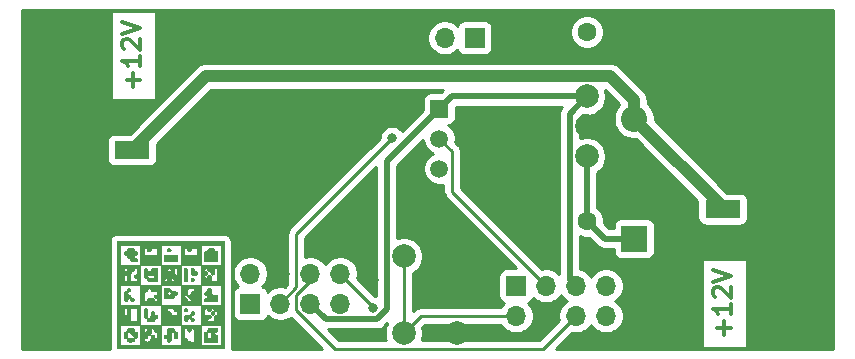
<source format=gtl>
G04 #@! TF.GenerationSoftware,KiCad,Pcbnew,5.1.9+dfsg1-1~bpo10+1*
G04 #@! TF.CreationDate,2021-07-01T19:03:26+00:00*
G04 #@! TF.ProjectId,klima,6b6c696d-612e-46b6-9963-61645f706362,rev?*
G04 #@! TF.SameCoordinates,Original*
G04 #@! TF.FileFunction,Copper,L1,Top*
G04 #@! TF.FilePolarity,Positive*
%FSLAX46Y46*%
G04 Gerber Fmt 4.6, Leading zero omitted, Abs format (unit mm)*
G04 Created by KiCad (PCBNEW 5.1.9+dfsg1-1~bpo10+1) date 2021-07-01 19:03:26*
%MOMM*%
%LPD*%
G01*
G04 APERTURE LIST*
G04 #@! TA.AperFunction,NonConductor*
%ADD10C,0.300000*%
G04 #@! TD*
G04 #@! TA.AperFunction,EtchedComponent*
%ADD11C,0.010000*%
G04 #@! TD*
G04 #@! TA.AperFunction,ComponentPad*
%ADD12C,2.000000*%
G04 #@! TD*
G04 #@! TA.AperFunction,ComponentPad*
%ADD13R,1.700000X1.700000*%
G04 #@! TD*
G04 #@! TA.AperFunction,ComponentPad*
%ADD14O,1.700000X1.700000*%
G04 #@! TD*
G04 #@! TA.AperFunction,ComponentPad*
%ADD15C,1.600000*%
G04 #@! TD*
G04 #@! TA.AperFunction,ComponentPad*
%ADD16R,2.200000X2.200000*%
G04 #@! TD*
G04 #@! TA.AperFunction,ComponentPad*
%ADD17O,2.200000X2.200000*%
G04 #@! TD*
G04 #@! TA.AperFunction,ComponentPad*
%ADD18C,5.600000*%
G04 #@! TD*
G04 #@! TA.AperFunction,ComponentPad*
%ADD19R,3.000000X1.500000*%
G04 #@! TD*
G04 #@! TA.AperFunction,ComponentPad*
%ADD20O,3.000000X1.500000*%
G04 #@! TD*
G04 #@! TA.AperFunction,ComponentPad*
%ADD21R,1.500000X1.500000*%
G04 #@! TD*
G04 #@! TA.AperFunction,ComponentPad*
%ADD22C,1.500000*%
G04 #@! TD*
G04 #@! TA.AperFunction,ViaPad*
%ADD23C,0.800000*%
G04 #@! TD*
G04 #@! TA.AperFunction,Conductor*
%ADD24C,0.500000*%
G04 #@! TD*
G04 #@! TA.AperFunction,Conductor*
%ADD25C,1.000000*%
G04 #@! TD*
G04 #@! TA.AperFunction,Conductor*
%ADD26C,0.250000*%
G04 #@! TD*
G04 #@! TA.AperFunction,Conductor*
%ADD27C,0.254000*%
G04 #@! TD*
G04 #@! TA.AperFunction,Conductor*
%ADD28C,0.100000*%
G04 #@! TD*
G04 APERTURE END LIST*
D10*
X160107142Y-98142857D02*
X160107142Y-97000000D01*
X160678571Y-97571428D02*
X159535714Y-97571428D01*
X160678571Y-95500000D02*
X160678571Y-96357142D01*
X160678571Y-95928571D02*
X159178571Y-95928571D01*
X159392857Y-96071428D01*
X159535714Y-96214285D01*
X159607142Y-96357142D01*
X159321428Y-94928571D02*
X159250000Y-94857142D01*
X159178571Y-94714285D01*
X159178571Y-94357142D01*
X159250000Y-94214285D01*
X159321428Y-94142857D01*
X159464285Y-94071428D01*
X159607142Y-94071428D01*
X159821428Y-94142857D01*
X160678571Y-95000000D01*
X160678571Y-94071428D01*
X159178571Y-93642857D02*
X160678571Y-93142857D01*
X159178571Y-92642857D01*
X110107142Y-77142857D02*
X110107142Y-76000000D01*
X110678571Y-76571428D02*
X109535714Y-76571428D01*
X110678571Y-74500000D02*
X110678571Y-75357142D01*
X110678571Y-74928571D02*
X109178571Y-74928571D01*
X109392857Y-75071428D01*
X109535714Y-75214285D01*
X109607142Y-75357142D01*
X109321428Y-73928571D02*
X109250000Y-73857142D01*
X109178571Y-73714285D01*
X109178571Y-73357142D01*
X109250000Y-73214285D01*
X109321428Y-73142857D01*
X109464285Y-73071428D01*
X109607142Y-73071428D01*
X109821428Y-73142857D01*
X110678571Y-74000000D01*
X110678571Y-73071428D01*
X109178571Y-72642857D02*
X110678571Y-72142857D01*
X109178571Y-71642857D01*
D11*
G36*
X113152146Y-94195850D02*
G01*
X113233977Y-94243812D01*
X113250000Y-94325488D01*
X113273733Y-94418065D01*
X113369657Y-94458980D01*
X113533009Y-94466992D01*
X113718163Y-94478858D01*
X113799994Y-94526820D01*
X113816017Y-94608496D01*
X113765988Y-94726745D01*
X113674513Y-94750000D01*
X113556264Y-94800029D01*
X113533009Y-94891504D01*
X113517519Y-94970537D01*
X113449477Y-95013243D01*
X113296520Y-95030407D01*
X113108496Y-95033009D01*
X112683983Y-95033009D01*
X112683983Y-94608496D01*
X112966992Y-94608496D01*
X113017021Y-94726745D01*
X113108496Y-94750000D01*
X113226745Y-94699971D01*
X113250000Y-94608496D01*
X113199971Y-94490248D01*
X113108496Y-94466992D01*
X112990248Y-94517021D01*
X112966992Y-94608496D01*
X112683983Y-94608496D01*
X112683983Y-94183983D01*
X112966992Y-94183983D01*
X113152146Y-94195850D01*
G37*
X113152146Y-94195850D02*
X113233977Y-94243812D01*
X113250000Y-94325488D01*
X113273733Y-94418065D01*
X113369657Y-94458980D01*
X113533009Y-94466992D01*
X113718163Y-94478858D01*
X113799994Y-94526820D01*
X113816017Y-94608496D01*
X113765988Y-94726745D01*
X113674513Y-94750000D01*
X113556264Y-94800029D01*
X113533009Y-94891504D01*
X113517519Y-94970537D01*
X113449477Y-95013243D01*
X113296520Y-95030407D01*
X113108496Y-95033009D01*
X112683983Y-95033009D01*
X112683983Y-94608496D01*
X112966992Y-94608496D01*
X113017021Y-94726745D01*
X113108496Y-94750000D01*
X113226745Y-94699971D01*
X113250000Y-94608496D01*
X113199971Y-94490248D01*
X113108496Y-94466992D01*
X112990248Y-94517021D01*
X112966992Y-94608496D01*
X112683983Y-94608496D01*
X112683983Y-94183983D01*
X112966992Y-94183983D01*
X113152146Y-94195850D01*
G36*
X116905853Y-96215071D02*
G01*
X116929109Y-96306546D01*
X116879080Y-96424795D01*
X116787605Y-96448050D01*
X116669356Y-96398021D01*
X116646100Y-96306546D01*
X116696130Y-96188298D01*
X116787605Y-96165042D01*
X116905853Y-96215071D01*
G37*
X116905853Y-96215071D02*
X116929109Y-96306546D01*
X116879080Y-96424795D01*
X116787605Y-96448050D01*
X116669356Y-96398021D01*
X116646100Y-96306546D01*
X116696130Y-96188298D01*
X116787605Y-96165042D01*
X116905853Y-96215071D01*
G36*
X113226745Y-90837912D02*
G01*
X113250000Y-90929387D01*
X113199971Y-91047636D01*
X113108496Y-91070892D01*
X112990248Y-91020862D01*
X112966992Y-90929387D01*
X113017021Y-90811139D01*
X113108496Y-90787883D01*
X113226745Y-90837912D01*
G37*
X113226745Y-90837912D02*
X113250000Y-90929387D01*
X113199971Y-91047636D01*
X113108496Y-91070892D01*
X112990248Y-91020862D01*
X112966992Y-90929387D01*
X113017021Y-90811139D01*
X113108496Y-90787883D01*
X113226745Y-90837912D01*
G36*
X116831255Y-90799750D02*
G01*
X116913086Y-90847712D01*
X116929109Y-90929387D01*
X116979138Y-91047636D01*
X117070613Y-91070892D01*
X117149646Y-91086381D01*
X117192351Y-91154423D01*
X117209516Y-91307380D01*
X117212117Y-91495404D01*
X117212117Y-91919917D01*
X116080084Y-91919917D01*
X116080084Y-91495404D01*
X116085247Y-91258305D01*
X116107928Y-91130189D01*
X116158913Y-91078696D01*
X116221588Y-91070892D01*
X116339836Y-91020862D01*
X116363092Y-90929387D01*
X116386825Y-90836810D01*
X116482749Y-90795895D01*
X116646100Y-90787883D01*
X116831255Y-90799750D01*
G37*
X116831255Y-90799750D02*
X116913086Y-90847712D01*
X116929109Y-90929387D01*
X116979138Y-91047636D01*
X117070613Y-91070892D01*
X117149646Y-91086381D01*
X117192351Y-91154423D01*
X117209516Y-91307380D01*
X117212117Y-91495404D01*
X117212117Y-91919917D01*
X116080084Y-91919917D01*
X116080084Y-91495404D01*
X116085247Y-91258305D01*
X116107928Y-91130189D01*
X116158913Y-91078696D01*
X116221588Y-91070892D01*
X116339836Y-91020862D01*
X116363092Y-90929387D01*
X116386825Y-90836810D01*
X116482749Y-90795895D01*
X116646100Y-90787883D01*
X116831255Y-90799750D01*
G36*
X113816017Y-91919917D02*
G01*
X112683983Y-91919917D01*
X112683983Y-91353900D01*
X113816017Y-91353900D01*
X113816017Y-91919917D01*
G37*
X113816017Y-91919917D02*
X112683983Y-91919917D01*
X112683983Y-91353900D01*
X113816017Y-91353900D01*
X113816017Y-91919917D01*
G36*
X110039054Y-90799750D02*
G01*
X110120885Y-90847712D01*
X110136908Y-90929387D01*
X110186938Y-91047636D01*
X110278412Y-91070892D01*
X110396661Y-91120921D01*
X110419917Y-91212396D01*
X110369887Y-91330644D01*
X110278412Y-91353900D01*
X110160164Y-91403929D01*
X110136908Y-91495404D01*
X110186938Y-91613653D01*
X110278412Y-91636908D01*
X110396661Y-91686938D01*
X110419917Y-91778412D01*
X110396184Y-91870990D01*
X110300260Y-91911905D01*
X110136908Y-91919917D01*
X109951754Y-91908050D01*
X109869923Y-91860088D01*
X109853900Y-91778412D01*
X109803871Y-91660164D01*
X109712396Y-91636908D01*
X109594147Y-91586879D01*
X109570892Y-91495404D01*
X109520862Y-91377156D01*
X109429387Y-91353900D01*
X109311139Y-91303871D01*
X109287883Y-91212396D01*
X109337912Y-91094147D01*
X109429387Y-91070892D01*
X109547636Y-91020862D01*
X109570892Y-90929387D01*
X109594624Y-90836810D01*
X109690548Y-90795895D01*
X109853900Y-90787883D01*
X110039054Y-90799750D01*
G37*
X110039054Y-90799750D02*
X110120885Y-90847712D01*
X110136908Y-90929387D01*
X110186938Y-91047636D01*
X110278412Y-91070892D01*
X110396661Y-91120921D01*
X110419917Y-91212396D01*
X110369887Y-91330644D01*
X110278412Y-91353900D01*
X110160164Y-91403929D01*
X110136908Y-91495404D01*
X110186938Y-91613653D01*
X110278412Y-91636908D01*
X110396661Y-91686938D01*
X110419917Y-91778412D01*
X110396184Y-91870990D01*
X110300260Y-91911905D01*
X110136908Y-91919917D01*
X109951754Y-91908050D01*
X109869923Y-91860088D01*
X109853900Y-91778412D01*
X109803871Y-91660164D01*
X109712396Y-91636908D01*
X109594147Y-91586879D01*
X109570892Y-91495404D01*
X109520862Y-91377156D01*
X109429387Y-91353900D01*
X109311139Y-91303871D01*
X109287883Y-91212396D01*
X109337912Y-91094147D01*
X109429387Y-91070892D01*
X109547636Y-91020862D01*
X109570892Y-90929387D01*
X109594624Y-90836810D01*
X109690548Y-90795895D01*
X109853900Y-90787883D01*
X110039054Y-90799750D01*
G36*
X115207803Y-92535963D02*
G01*
X115231059Y-92627438D01*
X115281088Y-92745686D01*
X115372563Y-92768942D01*
X115490811Y-92818971D01*
X115514067Y-92910446D01*
X115490334Y-93003023D01*
X115394410Y-93043939D01*
X115231059Y-93051950D01*
X115049910Y-93045142D01*
X114969417Y-92997485D01*
X114948731Y-92868131D01*
X114948050Y-92768942D01*
X114959917Y-92583787D01*
X115007879Y-92501956D01*
X115089555Y-92485933D01*
X115207803Y-92535963D01*
G37*
X115207803Y-92535963D02*
X115231059Y-92627438D01*
X115281088Y-92745686D01*
X115372563Y-92768942D01*
X115490811Y-92818971D01*
X115514067Y-92910446D01*
X115490334Y-93003023D01*
X115394410Y-93043939D01*
X115231059Y-93051950D01*
X115049910Y-93045142D01*
X114969417Y-92997485D01*
X114948731Y-92868131D01*
X114948050Y-92768942D01*
X114959917Y-92583787D01*
X115007879Y-92501956D01*
X115089555Y-92485933D01*
X115207803Y-92535963D01*
G36*
X115207803Y-93384988D02*
G01*
X115231059Y-93476463D01*
X115181029Y-93594711D01*
X115089555Y-93617967D01*
X114971306Y-93567937D01*
X114948050Y-93476463D01*
X114998080Y-93358214D01*
X115089555Y-93334958D01*
X115207803Y-93384988D01*
G37*
X115207803Y-93384988D02*
X115231059Y-93476463D01*
X115181029Y-93594711D01*
X115089555Y-93617967D01*
X114971306Y-93567937D01*
X114948050Y-93476463D01*
X114998080Y-93358214D01*
X115089555Y-93334958D01*
X115207803Y-93384988D01*
G36*
X114594041Y-92497750D02*
G01*
X114636296Y-92552177D01*
X114657417Y-92677678D01*
X114664521Y-92902715D01*
X114665042Y-93051950D01*
X114662088Y-93333964D01*
X114648481Y-93502982D01*
X114617106Y-93587467D01*
X114560846Y-93615884D01*
X114523538Y-93617967D01*
X114453034Y-93606150D01*
X114410780Y-93551723D01*
X114389659Y-93426223D01*
X114382554Y-93201185D01*
X114382034Y-93051950D01*
X114384988Y-92769936D01*
X114398595Y-92600918D01*
X114429970Y-92516433D01*
X114486229Y-92488016D01*
X114523538Y-92485933D01*
X114594041Y-92497750D01*
G37*
X114594041Y-92497750D02*
X114636296Y-92552177D01*
X114657417Y-92677678D01*
X114664521Y-92902715D01*
X114665042Y-93051950D01*
X114662088Y-93333964D01*
X114648481Y-93502982D01*
X114617106Y-93587467D01*
X114560846Y-93615884D01*
X114523538Y-93617967D01*
X114453034Y-93606150D01*
X114410780Y-93551723D01*
X114389659Y-93426223D01*
X114382554Y-93201185D01*
X114382034Y-93051950D01*
X114384988Y-92769936D01*
X114398595Y-92600918D01*
X114429970Y-92516433D01*
X114486229Y-92488016D01*
X114523538Y-92485933D01*
X114594041Y-92497750D01*
G36*
X112117967Y-93617967D02*
G01*
X111693454Y-93617967D01*
X111456355Y-93612804D01*
X111328240Y-93590123D01*
X111276746Y-93539137D01*
X111268942Y-93476463D01*
X111218912Y-93358214D01*
X111127438Y-93334958D01*
X111048405Y-93319469D01*
X111005699Y-93251427D01*
X110999194Y-93193454D01*
X111268942Y-93193454D01*
X111292675Y-93286031D01*
X111388598Y-93326947D01*
X111551950Y-93334958D01*
X111737104Y-93323092D01*
X111818935Y-93275130D01*
X111834958Y-93193454D01*
X111811226Y-93100877D01*
X111715302Y-93059962D01*
X111551950Y-93051950D01*
X111366796Y-93063816D01*
X111284965Y-93111778D01*
X111268942Y-93193454D01*
X110999194Y-93193454D01*
X110988535Y-93098470D01*
X110985933Y-92910446D01*
X110991097Y-92673347D01*
X111013777Y-92545231D01*
X111064763Y-92493738D01*
X111127438Y-92485933D01*
X111245686Y-92535963D01*
X111268942Y-92627438D01*
X111318971Y-92745686D01*
X111410446Y-92768942D01*
X111528694Y-92718912D01*
X111551950Y-92627438D01*
X111575683Y-92534860D01*
X111671607Y-92493945D01*
X111834958Y-92485933D01*
X112117967Y-92485933D01*
X112117967Y-93617967D01*
G37*
X112117967Y-93617967D02*
X111693454Y-93617967D01*
X111456355Y-93612804D01*
X111328240Y-93590123D01*
X111276746Y-93539137D01*
X111268942Y-93476463D01*
X111218912Y-93358214D01*
X111127438Y-93334958D01*
X111048405Y-93319469D01*
X111005699Y-93251427D01*
X110999194Y-93193454D01*
X111268942Y-93193454D01*
X111292675Y-93286031D01*
X111388598Y-93326947D01*
X111551950Y-93334958D01*
X111737104Y-93323092D01*
X111818935Y-93275130D01*
X111834958Y-93193454D01*
X111811226Y-93100877D01*
X111715302Y-93059962D01*
X111551950Y-93051950D01*
X111366796Y-93063816D01*
X111284965Y-93111778D01*
X111268942Y-93193454D01*
X110999194Y-93193454D01*
X110988535Y-93098470D01*
X110985933Y-92910446D01*
X110991097Y-92673347D01*
X111013777Y-92545231D01*
X111064763Y-92493738D01*
X111127438Y-92485933D01*
X111245686Y-92535963D01*
X111268942Y-92627438D01*
X111318971Y-92745686D01*
X111410446Y-92768942D01*
X111528694Y-92718912D01*
X111551950Y-92627438D01*
X111575683Y-92534860D01*
X111671607Y-92493945D01*
X111834958Y-92485933D01*
X112117967Y-92485933D01*
X112117967Y-93617967D01*
G36*
X116597173Y-94207716D02*
G01*
X116638089Y-94303640D01*
X116646100Y-94466992D01*
X116652909Y-94648140D01*
X116700565Y-94728633D01*
X116829920Y-94749320D01*
X116929109Y-94750000D01*
X117110257Y-94756808D01*
X117190750Y-94804465D01*
X117211437Y-94933820D01*
X117212117Y-95033009D01*
X117212117Y-95316017D01*
X116646100Y-95316017D01*
X116364087Y-95313063D01*
X116195069Y-95299456D01*
X116110583Y-95268081D01*
X116082167Y-95211821D01*
X116080084Y-95174513D01*
X116130113Y-95056264D01*
X116221588Y-95033009D01*
X116339836Y-94982979D01*
X116363092Y-94891504D01*
X116313063Y-94773256D01*
X116221588Y-94750000D01*
X116103339Y-94699971D01*
X116080084Y-94608496D01*
X116130113Y-94490248D01*
X116221588Y-94466992D01*
X116339836Y-94416963D01*
X116363092Y-94325488D01*
X116413121Y-94207239D01*
X116504596Y-94183983D01*
X116597173Y-94207716D01*
G37*
X116597173Y-94207716D02*
X116638089Y-94303640D01*
X116646100Y-94466992D01*
X116652909Y-94648140D01*
X116700565Y-94728633D01*
X116829920Y-94749320D01*
X116929109Y-94750000D01*
X117110257Y-94756808D01*
X117190750Y-94804465D01*
X117211437Y-94933820D01*
X117212117Y-95033009D01*
X117212117Y-95316017D01*
X116646100Y-95316017D01*
X116364087Y-95313063D01*
X116195069Y-95299456D01*
X116110583Y-95268081D01*
X116082167Y-95211821D01*
X116080084Y-95174513D01*
X116130113Y-95056264D01*
X116221588Y-95033009D01*
X116339836Y-94982979D01*
X116363092Y-94891504D01*
X116313063Y-94773256D01*
X116221588Y-94750000D01*
X116103339Y-94699971D01*
X116080084Y-94608496D01*
X116130113Y-94490248D01*
X116221588Y-94466992D01*
X116339836Y-94416963D01*
X116363092Y-94325488D01*
X116413121Y-94207239D01*
X116504596Y-94183983D01*
X116597173Y-94207716D01*
G36*
X109830644Y-94234013D02*
G01*
X109853900Y-94325488D01*
X109803871Y-94443736D01*
X109712396Y-94466992D01*
X109594147Y-94517021D01*
X109570892Y-94608496D01*
X109620921Y-94726745D01*
X109712396Y-94750000D01*
X109830644Y-94800029D01*
X109853900Y-94891504D01*
X109903929Y-95009753D01*
X109995404Y-95033009D01*
X110113653Y-95083038D01*
X110136908Y-95174513D01*
X110086879Y-95292761D01*
X109995404Y-95316017D01*
X109877156Y-95265988D01*
X109853900Y-95174513D01*
X109803871Y-95056264D01*
X109712396Y-95033009D01*
X109594147Y-95083038D01*
X109570892Y-95174513D01*
X109520862Y-95292761D01*
X109429387Y-95316017D01*
X109350354Y-95300527D01*
X109307649Y-95232485D01*
X109290485Y-95079529D01*
X109287883Y-94891504D01*
X109293046Y-94654406D01*
X109315727Y-94526290D01*
X109366713Y-94474796D01*
X109429387Y-94466992D01*
X109547636Y-94416963D01*
X109570892Y-94325488D01*
X109620921Y-94207239D01*
X109712396Y-94183983D01*
X109830644Y-94234013D01*
G37*
X109830644Y-94234013D02*
X109853900Y-94325488D01*
X109803871Y-94443736D01*
X109712396Y-94466992D01*
X109594147Y-94517021D01*
X109570892Y-94608496D01*
X109620921Y-94726745D01*
X109712396Y-94750000D01*
X109830644Y-94800029D01*
X109853900Y-94891504D01*
X109903929Y-95009753D01*
X109995404Y-95033009D01*
X110113653Y-95083038D01*
X110136908Y-95174513D01*
X110086879Y-95292761D01*
X109995404Y-95316017D01*
X109877156Y-95265988D01*
X109853900Y-95174513D01*
X109803871Y-95056264D01*
X109712396Y-95033009D01*
X109594147Y-95083038D01*
X109570892Y-95174513D01*
X109520862Y-95292761D01*
X109429387Y-95316017D01*
X109350354Y-95300527D01*
X109307649Y-95232485D01*
X109290485Y-95079529D01*
X109287883Y-94891504D01*
X109293046Y-94654406D01*
X109315727Y-94526290D01*
X109366713Y-94474796D01*
X109429387Y-94466992D01*
X109547636Y-94416963D01*
X109570892Y-94325488D01*
X109620921Y-94207239D01*
X109712396Y-94183983D01*
X109830644Y-94234013D01*
G36*
X114641786Y-95932063D02*
G01*
X114665042Y-96023538D01*
X114615013Y-96141786D01*
X114523538Y-96165042D01*
X114405289Y-96115013D01*
X114382034Y-96023538D01*
X114432063Y-95905289D01*
X114523538Y-95882034D01*
X114641786Y-95932063D01*
G37*
X114641786Y-95932063D02*
X114665042Y-96023538D01*
X114615013Y-96141786D01*
X114523538Y-96165042D01*
X114405289Y-96115013D01*
X114382034Y-96023538D01*
X114432063Y-95905289D01*
X114523538Y-95882034D01*
X114641786Y-95932063D01*
G36*
X115207803Y-96215071D02*
G01*
X115231059Y-96306546D01*
X115181029Y-96424795D01*
X115089555Y-96448050D01*
X114971306Y-96498080D01*
X114948050Y-96589555D01*
X114998080Y-96707803D01*
X115089555Y-96731059D01*
X115207803Y-96781088D01*
X115231059Y-96872563D01*
X115181029Y-96990811D01*
X115089555Y-97014067D01*
X114971306Y-96964038D01*
X114948050Y-96872563D01*
X114898021Y-96754314D01*
X114806546Y-96731059D01*
X114688298Y-96781088D01*
X114665042Y-96872563D01*
X114615013Y-96990811D01*
X114523538Y-97014067D01*
X114430961Y-96990334D01*
X114390045Y-96894410D01*
X114382034Y-96731059D01*
X114388842Y-96549910D01*
X114436499Y-96469417D01*
X114565853Y-96448731D01*
X114665042Y-96448050D01*
X114850196Y-96436184D01*
X114932027Y-96388222D01*
X114948050Y-96306546D01*
X114998080Y-96188298D01*
X115089555Y-96165042D01*
X115207803Y-96215071D01*
G37*
X115207803Y-96215071D02*
X115231059Y-96306546D01*
X115181029Y-96424795D01*
X115089555Y-96448050D01*
X114971306Y-96498080D01*
X114948050Y-96589555D01*
X114998080Y-96707803D01*
X115089555Y-96731059D01*
X115207803Y-96781088D01*
X115231059Y-96872563D01*
X115181029Y-96990811D01*
X115089555Y-97014067D01*
X114971306Y-96964038D01*
X114948050Y-96872563D01*
X114898021Y-96754314D01*
X114806546Y-96731059D01*
X114688298Y-96781088D01*
X114665042Y-96872563D01*
X114615013Y-96990811D01*
X114523538Y-97014067D01*
X114430961Y-96990334D01*
X114390045Y-96894410D01*
X114382034Y-96731059D01*
X114388842Y-96549910D01*
X114436499Y-96469417D01*
X114565853Y-96448731D01*
X114665042Y-96448050D01*
X114850196Y-96436184D01*
X114932027Y-96388222D01*
X114948050Y-96306546D01*
X114998080Y-96188298D01*
X115089555Y-96165042D01*
X115207803Y-96215071D01*
G36*
X111206470Y-95897523D02*
G01*
X111249176Y-95965566D01*
X111266340Y-96118522D01*
X111268942Y-96306546D01*
X111274105Y-96543645D01*
X111296786Y-96671761D01*
X111347771Y-96723254D01*
X111410446Y-96731059D01*
X111503023Y-96707326D01*
X111543939Y-96611402D01*
X111551950Y-96448050D01*
X111563816Y-96262896D01*
X111611778Y-96181065D01*
X111693454Y-96165042D01*
X111811703Y-96215071D01*
X111834958Y-96306546D01*
X111884988Y-96424795D01*
X111976463Y-96448050D01*
X112094711Y-96498080D01*
X112117967Y-96589555D01*
X112067937Y-96707803D01*
X111976463Y-96731059D01*
X111858214Y-96781088D01*
X111834958Y-96872563D01*
X111811226Y-96965140D01*
X111715302Y-97006056D01*
X111551950Y-97014067D01*
X111366796Y-97002201D01*
X111284965Y-96954239D01*
X111268942Y-96872563D01*
X111218912Y-96754314D01*
X111127438Y-96731059D01*
X111048405Y-96715569D01*
X111005699Y-96647527D01*
X110988535Y-96494571D01*
X110985933Y-96306546D01*
X110991097Y-96069447D01*
X111013777Y-95941332D01*
X111064763Y-95889838D01*
X111127438Y-95882034D01*
X111206470Y-95897523D01*
G37*
X111206470Y-95897523D02*
X111249176Y-95965566D01*
X111266340Y-96118522D01*
X111268942Y-96306546D01*
X111274105Y-96543645D01*
X111296786Y-96671761D01*
X111347771Y-96723254D01*
X111410446Y-96731059D01*
X111503023Y-96707326D01*
X111543939Y-96611402D01*
X111551950Y-96448050D01*
X111563816Y-96262896D01*
X111611778Y-96181065D01*
X111693454Y-96165042D01*
X111811703Y-96215071D01*
X111834958Y-96306546D01*
X111884988Y-96424795D01*
X111976463Y-96448050D01*
X112094711Y-96498080D01*
X112117967Y-96589555D01*
X112067937Y-96707803D01*
X111976463Y-96731059D01*
X111858214Y-96781088D01*
X111834958Y-96872563D01*
X111811226Y-96965140D01*
X111715302Y-97006056D01*
X111551950Y-97014067D01*
X111366796Y-97002201D01*
X111284965Y-96954239D01*
X111268942Y-96872563D01*
X111218912Y-96754314D01*
X111127438Y-96731059D01*
X111048405Y-96715569D01*
X111005699Y-96647527D01*
X110988535Y-96494571D01*
X110985933Y-96306546D01*
X110991097Y-96069447D01*
X111013777Y-95941332D01*
X111064763Y-95889838D01*
X111127438Y-95882034D01*
X111206470Y-95897523D01*
G36*
X115797075Y-93900975D02*
G01*
X115797075Y-95599025D01*
X114099025Y-95599025D01*
X114099025Y-97297075D01*
X112400975Y-97297075D01*
X112400975Y-96023538D01*
X112966992Y-96023538D01*
X113017021Y-96141786D01*
X113108496Y-96165042D01*
X113226745Y-96215071D01*
X113250000Y-96306546D01*
X113273733Y-96399123D01*
X113369657Y-96440039D01*
X113533009Y-96448050D01*
X113718163Y-96436184D01*
X113799994Y-96388222D01*
X113816017Y-96306546D01*
X113765988Y-96188298D01*
X113674513Y-96165042D01*
X113556264Y-96115013D01*
X113533009Y-96023538D01*
X113509276Y-95930961D01*
X113413352Y-95890045D01*
X113250000Y-95882034D01*
X113064846Y-95893900D01*
X112983015Y-95941862D01*
X112966992Y-96023538D01*
X112400975Y-96023538D01*
X112400975Y-95599025D01*
X110702925Y-95599025D01*
X110702925Y-94891504D01*
X110985933Y-94891504D01*
X110991097Y-95128603D01*
X111013777Y-95256719D01*
X111064763Y-95308213D01*
X111127438Y-95316017D01*
X111245686Y-95265988D01*
X111268942Y-95174513D01*
X111292675Y-95081936D01*
X111388598Y-95041020D01*
X111551950Y-95033009D01*
X111737104Y-95044875D01*
X111818935Y-95092837D01*
X111834958Y-95174513D01*
X111884988Y-95292761D01*
X111976463Y-95316017D01*
X112094711Y-95265988D01*
X112117967Y-95174513D01*
X112067937Y-95056264D01*
X111976463Y-95033009D01*
X111858214Y-94982979D01*
X111834958Y-94891504D01*
X111884988Y-94773256D01*
X111976463Y-94750000D01*
X112094711Y-94699971D01*
X112117967Y-94608496D01*
X112094234Y-94515919D01*
X111998310Y-94475003D01*
X111834958Y-94466992D01*
X111649804Y-94455125D01*
X111567973Y-94407164D01*
X111551950Y-94325488D01*
X111501921Y-94207239D01*
X111410446Y-94183983D01*
X111292197Y-94234013D01*
X111268942Y-94325488D01*
X111218912Y-94443736D01*
X111127438Y-94466992D01*
X111048405Y-94482481D01*
X111005699Y-94550524D01*
X110988535Y-94703480D01*
X110985933Y-94891504D01*
X110702925Y-94891504D01*
X110702925Y-93900975D01*
X112400975Y-93900975D01*
X112400975Y-95599025D01*
X114099025Y-95599025D01*
X114099025Y-94891504D01*
X114382034Y-94891504D01*
X114432063Y-95009753D01*
X114523538Y-95033009D01*
X114641786Y-95083038D01*
X114665042Y-95174513D01*
X114715071Y-95292761D01*
X114806546Y-95316017D01*
X114924795Y-95265988D01*
X114948050Y-95174513D01*
X114898021Y-95056264D01*
X114806546Y-95033009D01*
X114688298Y-94982979D01*
X114665042Y-94891504D01*
X114715071Y-94773256D01*
X114806546Y-94750000D01*
X114924795Y-94699971D01*
X114948050Y-94608496D01*
X114998080Y-94490248D01*
X115089555Y-94466992D01*
X115207803Y-94416963D01*
X115231059Y-94325488D01*
X115207326Y-94232911D01*
X115111402Y-94191995D01*
X114948050Y-94183983D01*
X114766902Y-94190792D01*
X114686409Y-94238448D01*
X114665723Y-94367803D01*
X114665042Y-94466992D01*
X114653176Y-94652146D01*
X114605214Y-94733977D01*
X114523538Y-94750000D01*
X114405289Y-94800029D01*
X114382034Y-94891504D01*
X114099025Y-94891504D01*
X114099025Y-93900975D01*
X112400975Y-93900975D01*
X112400975Y-93476463D01*
X112683983Y-93476463D01*
X112734013Y-93594711D01*
X112825488Y-93617967D01*
X112943736Y-93567937D01*
X112966992Y-93476463D01*
X113250000Y-93476463D01*
X113300029Y-93594711D01*
X113391504Y-93617967D01*
X113509753Y-93567937D01*
X113533009Y-93476463D01*
X113482979Y-93358214D01*
X113391504Y-93334958D01*
X113273256Y-93384988D01*
X113250000Y-93476463D01*
X112966992Y-93476463D01*
X112916963Y-93358214D01*
X112825488Y-93334958D01*
X112707239Y-93384988D01*
X112683983Y-93476463D01*
X112400975Y-93476463D01*
X112400975Y-92627438D01*
X112966992Y-92627438D01*
X113017021Y-92745686D01*
X113108496Y-92768942D01*
X113533009Y-92768942D01*
X113544875Y-92954096D01*
X113592837Y-93035927D01*
X113674513Y-93051950D01*
X113767090Y-93028217D01*
X113808005Y-92932293D01*
X113816017Y-92768942D01*
X113804151Y-92583787D01*
X113756189Y-92501956D01*
X113674513Y-92485933D01*
X113581936Y-92509666D01*
X113541020Y-92605590D01*
X113533009Y-92768942D01*
X113108496Y-92768942D01*
X113226745Y-92718912D01*
X113250000Y-92627438D01*
X113199971Y-92509189D01*
X113108496Y-92485933D01*
X112990248Y-92535963D01*
X112966992Y-92627438D01*
X112400975Y-92627438D01*
X112400975Y-92202925D01*
X114099025Y-92202925D01*
X114099025Y-93900975D01*
X115797075Y-93900975D01*
G37*
X115797075Y-93900975D02*
X115797075Y-95599025D01*
X114099025Y-95599025D01*
X114099025Y-97297075D01*
X112400975Y-97297075D01*
X112400975Y-96023538D01*
X112966992Y-96023538D01*
X113017021Y-96141786D01*
X113108496Y-96165042D01*
X113226745Y-96215071D01*
X113250000Y-96306546D01*
X113273733Y-96399123D01*
X113369657Y-96440039D01*
X113533009Y-96448050D01*
X113718163Y-96436184D01*
X113799994Y-96388222D01*
X113816017Y-96306546D01*
X113765988Y-96188298D01*
X113674513Y-96165042D01*
X113556264Y-96115013D01*
X113533009Y-96023538D01*
X113509276Y-95930961D01*
X113413352Y-95890045D01*
X113250000Y-95882034D01*
X113064846Y-95893900D01*
X112983015Y-95941862D01*
X112966992Y-96023538D01*
X112400975Y-96023538D01*
X112400975Y-95599025D01*
X110702925Y-95599025D01*
X110702925Y-94891504D01*
X110985933Y-94891504D01*
X110991097Y-95128603D01*
X111013777Y-95256719D01*
X111064763Y-95308213D01*
X111127438Y-95316017D01*
X111245686Y-95265988D01*
X111268942Y-95174513D01*
X111292675Y-95081936D01*
X111388598Y-95041020D01*
X111551950Y-95033009D01*
X111737104Y-95044875D01*
X111818935Y-95092837D01*
X111834958Y-95174513D01*
X111884988Y-95292761D01*
X111976463Y-95316017D01*
X112094711Y-95265988D01*
X112117967Y-95174513D01*
X112067937Y-95056264D01*
X111976463Y-95033009D01*
X111858214Y-94982979D01*
X111834958Y-94891504D01*
X111884988Y-94773256D01*
X111976463Y-94750000D01*
X112094711Y-94699971D01*
X112117967Y-94608496D01*
X112094234Y-94515919D01*
X111998310Y-94475003D01*
X111834958Y-94466992D01*
X111649804Y-94455125D01*
X111567973Y-94407164D01*
X111551950Y-94325488D01*
X111501921Y-94207239D01*
X111410446Y-94183983D01*
X111292197Y-94234013D01*
X111268942Y-94325488D01*
X111218912Y-94443736D01*
X111127438Y-94466992D01*
X111048405Y-94482481D01*
X111005699Y-94550524D01*
X110988535Y-94703480D01*
X110985933Y-94891504D01*
X110702925Y-94891504D01*
X110702925Y-93900975D01*
X112400975Y-93900975D01*
X112400975Y-95599025D01*
X114099025Y-95599025D01*
X114099025Y-94891504D01*
X114382034Y-94891504D01*
X114432063Y-95009753D01*
X114523538Y-95033009D01*
X114641786Y-95083038D01*
X114665042Y-95174513D01*
X114715071Y-95292761D01*
X114806546Y-95316017D01*
X114924795Y-95265988D01*
X114948050Y-95174513D01*
X114898021Y-95056264D01*
X114806546Y-95033009D01*
X114688298Y-94982979D01*
X114665042Y-94891504D01*
X114715071Y-94773256D01*
X114806546Y-94750000D01*
X114924795Y-94699971D01*
X114948050Y-94608496D01*
X114998080Y-94490248D01*
X115089555Y-94466992D01*
X115207803Y-94416963D01*
X115231059Y-94325488D01*
X115207326Y-94232911D01*
X115111402Y-94191995D01*
X114948050Y-94183983D01*
X114766902Y-94190792D01*
X114686409Y-94238448D01*
X114665723Y-94367803D01*
X114665042Y-94466992D01*
X114653176Y-94652146D01*
X114605214Y-94733977D01*
X114523538Y-94750000D01*
X114405289Y-94800029D01*
X114382034Y-94891504D01*
X114099025Y-94891504D01*
X114099025Y-93900975D01*
X112400975Y-93900975D01*
X112400975Y-93476463D01*
X112683983Y-93476463D01*
X112734013Y-93594711D01*
X112825488Y-93617967D01*
X112943736Y-93567937D01*
X112966992Y-93476463D01*
X113250000Y-93476463D01*
X113300029Y-93594711D01*
X113391504Y-93617967D01*
X113509753Y-93567937D01*
X113533009Y-93476463D01*
X113482979Y-93358214D01*
X113391504Y-93334958D01*
X113273256Y-93384988D01*
X113250000Y-93476463D01*
X112966992Y-93476463D01*
X112916963Y-93358214D01*
X112825488Y-93334958D01*
X112707239Y-93384988D01*
X112683983Y-93476463D01*
X112400975Y-93476463D01*
X112400975Y-92627438D01*
X112966992Y-92627438D01*
X113017021Y-92745686D01*
X113108496Y-92768942D01*
X113533009Y-92768942D01*
X113544875Y-92954096D01*
X113592837Y-93035927D01*
X113674513Y-93051950D01*
X113767090Y-93028217D01*
X113808005Y-92932293D01*
X113816017Y-92768942D01*
X113804151Y-92583787D01*
X113756189Y-92501956D01*
X113674513Y-92485933D01*
X113581936Y-92509666D01*
X113541020Y-92605590D01*
X113533009Y-92768942D01*
X113108496Y-92768942D01*
X113226745Y-92718912D01*
X113250000Y-92627438D01*
X113199971Y-92509189D01*
X113108496Y-92485933D01*
X112990248Y-92535963D01*
X112966992Y-92627438D01*
X112400975Y-92627438D01*
X112400975Y-92202925D01*
X114099025Y-92202925D01*
X114099025Y-93900975D01*
X115797075Y-93900975D01*
G36*
X117024704Y-97585247D02*
G01*
X117152819Y-97607928D01*
X117204313Y-97658913D01*
X117212117Y-97721588D01*
X117162088Y-97839836D01*
X117070613Y-97863092D01*
X116952365Y-97913121D01*
X116929109Y-98004596D01*
X116979138Y-98122845D01*
X117070613Y-98146100D01*
X117163190Y-98169833D01*
X117204106Y-98265757D01*
X117212117Y-98429109D01*
X117212117Y-98712117D01*
X116080084Y-98712117D01*
X116080084Y-98287605D01*
X116083165Y-98146100D01*
X116363092Y-98146100D01*
X116374959Y-98331255D01*
X116422920Y-98413086D01*
X116504596Y-98429109D01*
X116597173Y-98405376D01*
X116638089Y-98309452D01*
X116646100Y-98146100D01*
X116634234Y-97960946D01*
X116586272Y-97879115D01*
X116504596Y-97863092D01*
X116412019Y-97886825D01*
X116371104Y-97982749D01*
X116363092Y-98146100D01*
X116083165Y-98146100D01*
X116085247Y-98050506D01*
X116107928Y-97922390D01*
X116158913Y-97870896D01*
X116221588Y-97863092D01*
X116339836Y-97813063D01*
X116363092Y-97721588D01*
X116378582Y-97642555D01*
X116446624Y-97599850D01*
X116599580Y-97582685D01*
X116787605Y-97580084D01*
X117024704Y-97585247D01*
G37*
X117024704Y-97585247D02*
X117152819Y-97607928D01*
X117204313Y-97658913D01*
X117212117Y-97721588D01*
X117162088Y-97839836D01*
X117070613Y-97863092D01*
X116952365Y-97913121D01*
X116929109Y-98004596D01*
X116979138Y-98122845D01*
X117070613Y-98146100D01*
X117163190Y-98169833D01*
X117204106Y-98265757D01*
X117212117Y-98429109D01*
X117212117Y-98712117D01*
X116080084Y-98712117D01*
X116080084Y-98287605D01*
X116083165Y-98146100D01*
X116363092Y-98146100D01*
X116374959Y-98331255D01*
X116422920Y-98413086D01*
X116504596Y-98429109D01*
X116597173Y-98405376D01*
X116638089Y-98309452D01*
X116646100Y-98146100D01*
X116634234Y-97960946D01*
X116586272Y-97879115D01*
X116504596Y-97863092D01*
X116412019Y-97886825D01*
X116371104Y-97982749D01*
X116363092Y-98146100D01*
X116083165Y-98146100D01*
X116085247Y-98050506D01*
X116107928Y-97922390D01*
X116158913Y-97870896D01*
X116221588Y-97863092D01*
X116339836Y-97813063D01*
X116363092Y-97721588D01*
X116378582Y-97642555D01*
X116446624Y-97599850D01*
X116599580Y-97582685D01*
X116787605Y-97580084D01*
X117024704Y-97585247D01*
G36*
X113435155Y-97591950D02*
G01*
X113516986Y-97639912D01*
X113533009Y-97721588D01*
X113583038Y-97839836D01*
X113674513Y-97863092D01*
X113767090Y-97886825D01*
X113808005Y-97982749D01*
X113816017Y-98146100D01*
X113804151Y-98331255D01*
X113756189Y-98413086D01*
X113674513Y-98429109D01*
X113581936Y-98405376D01*
X113541020Y-98309452D01*
X113533009Y-98146100D01*
X113521142Y-97960946D01*
X113473180Y-97879115D01*
X113391504Y-97863092D01*
X113312471Y-97878582D01*
X113269766Y-97946624D01*
X113252602Y-98099580D01*
X113250000Y-98287605D01*
X113244837Y-98524704D01*
X113222156Y-98652819D01*
X113171171Y-98704313D01*
X113108496Y-98712117D01*
X112990248Y-98662088D01*
X112966992Y-98570613D01*
X112916963Y-98452365D01*
X112825488Y-98429109D01*
X112707239Y-98379080D01*
X112683983Y-98287605D01*
X112734013Y-98169356D01*
X112825488Y-98146100D01*
X112918065Y-98122368D01*
X112958980Y-98026444D01*
X112966992Y-97863092D01*
X112973800Y-97681944D01*
X113021457Y-97601451D01*
X113150811Y-97580764D01*
X113250000Y-97580084D01*
X113435155Y-97591950D01*
G37*
X113435155Y-97591950D02*
X113516986Y-97639912D01*
X113533009Y-97721588D01*
X113583038Y-97839836D01*
X113674513Y-97863092D01*
X113767090Y-97886825D01*
X113808005Y-97982749D01*
X113816017Y-98146100D01*
X113804151Y-98331255D01*
X113756189Y-98413086D01*
X113674513Y-98429109D01*
X113581936Y-98405376D01*
X113541020Y-98309452D01*
X113533009Y-98146100D01*
X113521142Y-97960946D01*
X113473180Y-97879115D01*
X113391504Y-97863092D01*
X113312471Y-97878582D01*
X113269766Y-97946624D01*
X113252602Y-98099580D01*
X113250000Y-98287605D01*
X113244837Y-98524704D01*
X113222156Y-98652819D01*
X113171171Y-98704313D01*
X113108496Y-98712117D01*
X112990248Y-98662088D01*
X112966992Y-98570613D01*
X112916963Y-98452365D01*
X112825488Y-98429109D01*
X112707239Y-98379080D01*
X112683983Y-98287605D01*
X112734013Y-98169356D01*
X112825488Y-98146100D01*
X112918065Y-98122368D01*
X112958980Y-98026444D01*
X112966992Y-97863092D01*
X112973800Y-97681944D01*
X113021457Y-97601451D01*
X113150811Y-97580764D01*
X113250000Y-97580084D01*
X113435155Y-97591950D01*
G36*
X110039054Y-97591950D02*
G01*
X110120885Y-97639912D01*
X110136908Y-97721588D01*
X110186938Y-97839836D01*
X110278412Y-97863092D01*
X110370990Y-97886825D01*
X110411905Y-97982749D01*
X110419917Y-98146100D01*
X110408050Y-98331255D01*
X110360088Y-98413086D01*
X110278412Y-98429109D01*
X110160164Y-98479138D01*
X110136908Y-98570613D01*
X110113175Y-98663190D01*
X110017252Y-98704106D01*
X109853900Y-98712117D01*
X109668746Y-98700251D01*
X109586915Y-98652289D01*
X109570892Y-98570613D01*
X109520862Y-98452365D01*
X109429387Y-98429109D01*
X109336810Y-98405376D01*
X109295895Y-98309452D01*
X109287883Y-98146100D01*
X109570892Y-98146100D01*
X109577700Y-98327249D01*
X109625357Y-98407742D01*
X109754711Y-98428428D01*
X109853900Y-98429109D01*
X110039054Y-98417242D01*
X110120885Y-98369281D01*
X110136908Y-98287605D01*
X110086879Y-98169356D01*
X109995404Y-98146100D01*
X109877156Y-98096071D01*
X109853900Y-98004596D01*
X109803871Y-97886348D01*
X109712396Y-97863092D01*
X109619819Y-97886825D01*
X109578903Y-97982749D01*
X109570892Y-98146100D01*
X109287883Y-98146100D01*
X109299750Y-97960946D01*
X109347712Y-97879115D01*
X109429387Y-97863092D01*
X109547636Y-97813063D01*
X109570892Y-97721588D01*
X109594624Y-97629011D01*
X109690548Y-97588095D01*
X109853900Y-97580084D01*
X110039054Y-97591950D01*
G37*
X110039054Y-97591950D02*
X110120885Y-97639912D01*
X110136908Y-97721588D01*
X110186938Y-97839836D01*
X110278412Y-97863092D01*
X110370990Y-97886825D01*
X110411905Y-97982749D01*
X110419917Y-98146100D01*
X110408050Y-98331255D01*
X110360088Y-98413086D01*
X110278412Y-98429109D01*
X110160164Y-98479138D01*
X110136908Y-98570613D01*
X110113175Y-98663190D01*
X110017252Y-98704106D01*
X109853900Y-98712117D01*
X109668746Y-98700251D01*
X109586915Y-98652289D01*
X109570892Y-98570613D01*
X109520862Y-98452365D01*
X109429387Y-98429109D01*
X109336810Y-98405376D01*
X109295895Y-98309452D01*
X109287883Y-98146100D01*
X109570892Y-98146100D01*
X109577700Y-98327249D01*
X109625357Y-98407742D01*
X109754711Y-98428428D01*
X109853900Y-98429109D01*
X110039054Y-98417242D01*
X110120885Y-98369281D01*
X110136908Y-98287605D01*
X110086879Y-98169356D01*
X109995404Y-98146100D01*
X109877156Y-98096071D01*
X109853900Y-98004596D01*
X109803871Y-97886348D01*
X109712396Y-97863092D01*
X109619819Y-97886825D01*
X109578903Y-97982749D01*
X109570892Y-98146100D01*
X109287883Y-98146100D01*
X109299750Y-97960946D01*
X109347712Y-97879115D01*
X109429387Y-97863092D01*
X109547636Y-97813063D01*
X109570892Y-97721588D01*
X109594624Y-97629011D01*
X109690548Y-97588095D01*
X109853900Y-97580084D01*
X110039054Y-97591950D01*
G36*
X117778134Y-99278134D02*
G01*
X108721867Y-99278134D01*
X108721867Y-97297075D01*
X109004875Y-97297075D01*
X109004875Y-98995126D01*
X110702925Y-98995126D01*
X110702925Y-98570613D01*
X110985933Y-98570613D01*
X111009666Y-98663190D01*
X111105590Y-98704106D01*
X111268942Y-98712117D01*
X111450090Y-98705309D01*
X111530583Y-98657652D01*
X111551270Y-98528298D01*
X111551950Y-98429109D01*
X111563816Y-98243955D01*
X111611778Y-98162123D01*
X111693454Y-98146100D01*
X111811703Y-98196130D01*
X111834958Y-98287605D01*
X111884988Y-98405853D01*
X111976463Y-98429109D01*
X112069040Y-98405376D01*
X112109955Y-98309452D01*
X112117967Y-98146100D01*
X112106100Y-97960946D01*
X112058138Y-97879115D01*
X111976463Y-97863092D01*
X111858214Y-97813063D01*
X111834958Y-97721588D01*
X111784929Y-97603339D01*
X111693454Y-97580084D01*
X111600877Y-97603817D01*
X111559962Y-97699740D01*
X111551950Y-97863092D01*
X111540084Y-98048246D01*
X111492122Y-98130078D01*
X111410446Y-98146100D01*
X111292197Y-98196130D01*
X111268942Y-98287605D01*
X111218912Y-98405853D01*
X111127438Y-98429109D01*
X111009189Y-98479138D01*
X110985933Y-98570613D01*
X110702925Y-98570613D01*
X110702925Y-97721588D01*
X110985933Y-97721588D01*
X111035963Y-97839836D01*
X111127438Y-97863092D01*
X111245686Y-97813063D01*
X111268942Y-97721588D01*
X111218912Y-97603339D01*
X111127438Y-97580084D01*
X111009189Y-97630113D01*
X110985933Y-97721588D01*
X110702925Y-97721588D01*
X110702925Y-97297075D01*
X109004875Y-97297075D01*
X108721867Y-97297075D01*
X108721867Y-96165042D01*
X109287883Y-96165042D01*
X109299750Y-96350196D01*
X109347712Y-96432027D01*
X109429387Y-96448050D01*
X109521965Y-96424318D01*
X109562880Y-96328394D01*
X109570892Y-96165042D01*
X109559025Y-95979888D01*
X109511063Y-95898057D01*
X109429387Y-95882034D01*
X109853900Y-95882034D01*
X109853900Y-97014067D01*
X110419917Y-97014067D01*
X110419917Y-95882034D01*
X109853900Y-95882034D01*
X109429387Y-95882034D01*
X109336810Y-95905766D01*
X109295895Y-96001690D01*
X109287883Y-96165042D01*
X108721867Y-96165042D01*
X108721867Y-93900975D01*
X109004875Y-93900975D01*
X109004875Y-95599025D01*
X110702925Y-95599025D01*
X110702925Y-97297075D01*
X112400975Y-97297075D01*
X112400975Y-98995126D01*
X114099025Y-98995126D01*
X114099025Y-98004596D01*
X114382034Y-98004596D01*
X114387197Y-98241695D01*
X114409878Y-98369811D01*
X114460863Y-98421304D01*
X114523538Y-98429109D01*
X114641786Y-98479138D01*
X114665042Y-98570613D01*
X114688775Y-98663190D01*
X114784699Y-98704106D01*
X114948050Y-98712117D01*
X115231059Y-98712117D01*
X115231059Y-98146100D01*
X115228104Y-97864087D01*
X115214498Y-97695069D01*
X115183123Y-97610583D01*
X115126863Y-97582167D01*
X115089555Y-97580084D01*
X114971306Y-97630113D01*
X114948050Y-97721588D01*
X114898021Y-97839836D01*
X114806546Y-97863092D01*
X114688298Y-97813063D01*
X114665042Y-97721588D01*
X114615013Y-97603339D01*
X114523538Y-97580084D01*
X114444505Y-97595573D01*
X114401800Y-97663616D01*
X114384635Y-97816572D01*
X114382034Y-98004596D01*
X114099025Y-98004596D01*
X114099025Y-97297075D01*
X115797075Y-97297075D01*
X115797075Y-98995126D01*
X117495126Y-98995126D01*
X117495126Y-97297075D01*
X115797075Y-97297075D01*
X115797075Y-96165042D01*
X116080084Y-96165042D01*
X116086892Y-96346190D01*
X116134549Y-96426683D01*
X116263903Y-96447370D01*
X116363092Y-96448050D01*
X116548246Y-96459917D01*
X116630078Y-96507879D01*
X116646100Y-96589555D01*
X116596071Y-96707803D01*
X116504596Y-96731059D01*
X116386348Y-96781088D01*
X116363092Y-96872563D01*
X116386825Y-96965140D01*
X116482749Y-97006056D01*
X116646100Y-97014067D01*
X116827249Y-97007259D01*
X116907742Y-96959602D01*
X116928428Y-96830248D01*
X116929109Y-96731059D01*
X116940975Y-96545904D01*
X116988937Y-96464073D01*
X117070613Y-96448050D01*
X117188862Y-96398021D01*
X117212117Y-96306546D01*
X117162088Y-96188298D01*
X117070613Y-96165042D01*
X116952365Y-96115013D01*
X116929109Y-96023538D01*
X116879080Y-95905289D01*
X116787605Y-95882034D01*
X116669356Y-95932063D01*
X116646100Y-96023538D01*
X116596071Y-96141786D01*
X116504596Y-96165042D01*
X116386348Y-96115013D01*
X116363092Y-96023538D01*
X116313063Y-95905289D01*
X116221588Y-95882034D01*
X116129011Y-95905766D01*
X116088095Y-96001690D01*
X116080084Y-96165042D01*
X115797075Y-96165042D01*
X115797075Y-95599025D01*
X117495126Y-95599025D01*
X117495126Y-93900975D01*
X115797075Y-93900975D01*
X115797075Y-92627438D01*
X116080084Y-92627438D01*
X116130113Y-92745686D01*
X116221588Y-92768942D01*
X116339836Y-92818971D01*
X116363092Y-92910446D01*
X116313063Y-93028694D01*
X116221588Y-93051950D01*
X116103339Y-93101979D01*
X116080084Y-93193454D01*
X116130113Y-93311703D01*
X116221588Y-93334958D01*
X116339836Y-93284929D01*
X116363092Y-93193454D01*
X116413121Y-93075206D01*
X116504596Y-93051950D01*
X116597173Y-93075683D01*
X116638089Y-93171607D01*
X116646100Y-93334958D01*
X116652909Y-93516107D01*
X116700565Y-93596600D01*
X116829920Y-93617286D01*
X116929109Y-93617967D01*
X117212117Y-93617967D01*
X117212117Y-93051950D01*
X117209163Y-92769936D01*
X117195556Y-92600918D01*
X117164181Y-92516433D01*
X117107922Y-92488016D01*
X117070613Y-92485933D01*
X116978036Y-92509666D01*
X116937120Y-92605590D01*
X116929109Y-92768942D01*
X116917242Y-92954096D01*
X116869281Y-93035927D01*
X116787605Y-93051950D01*
X116669356Y-93001921D01*
X116646100Y-92910446D01*
X116596071Y-92792197D01*
X116504596Y-92768942D01*
X116386348Y-92718912D01*
X116363092Y-92627438D01*
X116313063Y-92509189D01*
X116221588Y-92485933D01*
X116103339Y-92535963D01*
X116080084Y-92627438D01*
X115797075Y-92627438D01*
X115797075Y-92202925D01*
X114099025Y-92202925D01*
X114099025Y-91070892D01*
X114382034Y-91070892D01*
X114382034Y-91353900D01*
X115514067Y-91353900D01*
X115514067Y-91070892D01*
X115507259Y-90889743D01*
X115459602Y-90809250D01*
X115330248Y-90788564D01*
X115231059Y-90787883D01*
X115045904Y-90799750D01*
X114964073Y-90847712D01*
X114948050Y-90929387D01*
X114898021Y-91047636D01*
X114806546Y-91070892D01*
X114688298Y-91020862D01*
X114665042Y-90929387D01*
X114615013Y-90811139D01*
X114523538Y-90787883D01*
X114430961Y-90811616D01*
X114390045Y-90907540D01*
X114382034Y-91070892D01*
X114099025Y-91070892D01*
X114099025Y-90504875D01*
X115797075Y-90504875D01*
X115797075Y-92202925D01*
X117495126Y-92202925D01*
X117495126Y-90504875D01*
X115797075Y-90504875D01*
X114099025Y-90504875D01*
X112400975Y-90504875D01*
X112400975Y-92202925D01*
X110702925Y-92202925D01*
X110702925Y-93900975D01*
X109004875Y-93900975D01*
X108721867Y-93900975D01*
X108721867Y-93334958D01*
X109287883Y-93334958D01*
X109299750Y-93520113D01*
X109347712Y-93601944D01*
X109429387Y-93617967D01*
X109521965Y-93594234D01*
X109562880Y-93498310D01*
X109570892Y-93334958D01*
X109561823Y-93193454D01*
X109853900Y-93193454D01*
X109853900Y-93617967D01*
X110136908Y-93617967D01*
X110322063Y-93606100D01*
X110403894Y-93558138D01*
X110419917Y-93476463D01*
X110369887Y-93358214D01*
X110278412Y-93334958D01*
X110160164Y-93284929D01*
X110136908Y-93193454D01*
X110186938Y-93075206D01*
X110278412Y-93051950D01*
X110370990Y-93028217D01*
X110411905Y-92932293D01*
X110419917Y-92768942D01*
X110408050Y-92583787D01*
X110360088Y-92501956D01*
X110278412Y-92485933D01*
X110160164Y-92535963D01*
X110136908Y-92627438D01*
X110086879Y-92745686D01*
X109995404Y-92768942D01*
X109916371Y-92784431D01*
X109873666Y-92852474D01*
X109856501Y-93005430D01*
X109853900Y-93193454D01*
X109561823Y-93193454D01*
X109559025Y-93149804D01*
X109511063Y-93067973D01*
X109429387Y-93051950D01*
X109336810Y-93075683D01*
X109295895Y-93171607D01*
X109287883Y-93334958D01*
X108721867Y-93334958D01*
X108721867Y-92627438D01*
X109287883Y-92627438D01*
X109337912Y-92745686D01*
X109429387Y-92768942D01*
X109547636Y-92718912D01*
X109570892Y-92627438D01*
X109520862Y-92509189D01*
X109429387Y-92485933D01*
X109311139Y-92535963D01*
X109287883Y-92627438D01*
X108721867Y-92627438D01*
X108721867Y-90504875D01*
X109004875Y-90504875D01*
X109004875Y-92202925D01*
X110702925Y-92202925D01*
X110702925Y-91070892D01*
X110985933Y-91070892D01*
X110985933Y-91353900D01*
X112117967Y-91353900D01*
X112117967Y-91070892D01*
X112111159Y-90889743D01*
X112063502Y-90809250D01*
X111934147Y-90788564D01*
X111834958Y-90787883D01*
X111649804Y-90799750D01*
X111567973Y-90847712D01*
X111551950Y-90929387D01*
X111501921Y-91047636D01*
X111410446Y-91070892D01*
X111292197Y-91020862D01*
X111268942Y-90929387D01*
X111218912Y-90811139D01*
X111127438Y-90787883D01*
X111034860Y-90811616D01*
X110993945Y-90907540D01*
X110985933Y-91070892D01*
X110702925Y-91070892D01*
X110702925Y-90504875D01*
X109004875Y-90504875D01*
X108721867Y-90504875D01*
X108721867Y-90221867D01*
X117778134Y-90221867D01*
X117778134Y-99278134D01*
G37*
X117778134Y-99278134D02*
X108721867Y-99278134D01*
X108721867Y-97297075D01*
X109004875Y-97297075D01*
X109004875Y-98995126D01*
X110702925Y-98995126D01*
X110702925Y-98570613D01*
X110985933Y-98570613D01*
X111009666Y-98663190D01*
X111105590Y-98704106D01*
X111268942Y-98712117D01*
X111450090Y-98705309D01*
X111530583Y-98657652D01*
X111551270Y-98528298D01*
X111551950Y-98429109D01*
X111563816Y-98243955D01*
X111611778Y-98162123D01*
X111693454Y-98146100D01*
X111811703Y-98196130D01*
X111834958Y-98287605D01*
X111884988Y-98405853D01*
X111976463Y-98429109D01*
X112069040Y-98405376D01*
X112109955Y-98309452D01*
X112117967Y-98146100D01*
X112106100Y-97960946D01*
X112058138Y-97879115D01*
X111976463Y-97863092D01*
X111858214Y-97813063D01*
X111834958Y-97721588D01*
X111784929Y-97603339D01*
X111693454Y-97580084D01*
X111600877Y-97603817D01*
X111559962Y-97699740D01*
X111551950Y-97863092D01*
X111540084Y-98048246D01*
X111492122Y-98130078D01*
X111410446Y-98146100D01*
X111292197Y-98196130D01*
X111268942Y-98287605D01*
X111218912Y-98405853D01*
X111127438Y-98429109D01*
X111009189Y-98479138D01*
X110985933Y-98570613D01*
X110702925Y-98570613D01*
X110702925Y-97721588D01*
X110985933Y-97721588D01*
X111035963Y-97839836D01*
X111127438Y-97863092D01*
X111245686Y-97813063D01*
X111268942Y-97721588D01*
X111218912Y-97603339D01*
X111127438Y-97580084D01*
X111009189Y-97630113D01*
X110985933Y-97721588D01*
X110702925Y-97721588D01*
X110702925Y-97297075D01*
X109004875Y-97297075D01*
X108721867Y-97297075D01*
X108721867Y-96165042D01*
X109287883Y-96165042D01*
X109299750Y-96350196D01*
X109347712Y-96432027D01*
X109429387Y-96448050D01*
X109521965Y-96424318D01*
X109562880Y-96328394D01*
X109570892Y-96165042D01*
X109559025Y-95979888D01*
X109511063Y-95898057D01*
X109429387Y-95882034D01*
X109853900Y-95882034D01*
X109853900Y-97014067D01*
X110419917Y-97014067D01*
X110419917Y-95882034D01*
X109853900Y-95882034D01*
X109429387Y-95882034D01*
X109336810Y-95905766D01*
X109295895Y-96001690D01*
X109287883Y-96165042D01*
X108721867Y-96165042D01*
X108721867Y-93900975D01*
X109004875Y-93900975D01*
X109004875Y-95599025D01*
X110702925Y-95599025D01*
X110702925Y-97297075D01*
X112400975Y-97297075D01*
X112400975Y-98995126D01*
X114099025Y-98995126D01*
X114099025Y-98004596D01*
X114382034Y-98004596D01*
X114387197Y-98241695D01*
X114409878Y-98369811D01*
X114460863Y-98421304D01*
X114523538Y-98429109D01*
X114641786Y-98479138D01*
X114665042Y-98570613D01*
X114688775Y-98663190D01*
X114784699Y-98704106D01*
X114948050Y-98712117D01*
X115231059Y-98712117D01*
X115231059Y-98146100D01*
X115228104Y-97864087D01*
X115214498Y-97695069D01*
X115183123Y-97610583D01*
X115126863Y-97582167D01*
X115089555Y-97580084D01*
X114971306Y-97630113D01*
X114948050Y-97721588D01*
X114898021Y-97839836D01*
X114806546Y-97863092D01*
X114688298Y-97813063D01*
X114665042Y-97721588D01*
X114615013Y-97603339D01*
X114523538Y-97580084D01*
X114444505Y-97595573D01*
X114401800Y-97663616D01*
X114384635Y-97816572D01*
X114382034Y-98004596D01*
X114099025Y-98004596D01*
X114099025Y-97297075D01*
X115797075Y-97297075D01*
X115797075Y-98995126D01*
X117495126Y-98995126D01*
X117495126Y-97297075D01*
X115797075Y-97297075D01*
X115797075Y-96165042D01*
X116080084Y-96165042D01*
X116086892Y-96346190D01*
X116134549Y-96426683D01*
X116263903Y-96447370D01*
X116363092Y-96448050D01*
X116548246Y-96459917D01*
X116630078Y-96507879D01*
X116646100Y-96589555D01*
X116596071Y-96707803D01*
X116504596Y-96731059D01*
X116386348Y-96781088D01*
X116363092Y-96872563D01*
X116386825Y-96965140D01*
X116482749Y-97006056D01*
X116646100Y-97014067D01*
X116827249Y-97007259D01*
X116907742Y-96959602D01*
X116928428Y-96830248D01*
X116929109Y-96731059D01*
X116940975Y-96545904D01*
X116988937Y-96464073D01*
X117070613Y-96448050D01*
X117188862Y-96398021D01*
X117212117Y-96306546D01*
X117162088Y-96188298D01*
X117070613Y-96165042D01*
X116952365Y-96115013D01*
X116929109Y-96023538D01*
X116879080Y-95905289D01*
X116787605Y-95882034D01*
X116669356Y-95932063D01*
X116646100Y-96023538D01*
X116596071Y-96141786D01*
X116504596Y-96165042D01*
X116386348Y-96115013D01*
X116363092Y-96023538D01*
X116313063Y-95905289D01*
X116221588Y-95882034D01*
X116129011Y-95905766D01*
X116088095Y-96001690D01*
X116080084Y-96165042D01*
X115797075Y-96165042D01*
X115797075Y-95599025D01*
X117495126Y-95599025D01*
X117495126Y-93900975D01*
X115797075Y-93900975D01*
X115797075Y-92627438D01*
X116080084Y-92627438D01*
X116130113Y-92745686D01*
X116221588Y-92768942D01*
X116339836Y-92818971D01*
X116363092Y-92910446D01*
X116313063Y-93028694D01*
X116221588Y-93051950D01*
X116103339Y-93101979D01*
X116080084Y-93193454D01*
X116130113Y-93311703D01*
X116221588Y-93334958D01*
X116339836Y-93284929D01*
X116363092Y-93193454D01*
X116413121Y-93075206D01*
X116504596Y-93051950D01*
X116597173Y-93075683D01*
X116638089Y-93171607D01*
X116646100Y-93334958D01*
X116652909Y-93516107D01*
X116700565Y-93596600D01*
X116829920Y-93617286D01*
X116929109Y-93617967D01*
X117212117Y-93617967D01*
X117212117Y-93051950D01*
X117209163Y-92769936D01*
X117195556Y-92600918D01*
X117164181Y-92516433D01*
X117107922Y-92488016D01*
X117070613Y-92485933D01*
X116978036Y-92509666D01*
X116937120Y-92605590D01*
X116929109Y-92768942D01*
X116917242Y-92954096D01*
X116869281Y-93035927D01*
X116787605Y-93051950D01*
X116669356Y-93001921D01*
X116646100Y-92910446D01*
X116596071Y-92792197D01*
X116504596Y-92768942D01*
X116386348Y-92718912D01*
X116363092Y-92627438D01*
X116313063Y-92509189D01*
X116221588Y-92485933D01*
X116103339Y-92535963D01*
X116080084Y-92627438D01*
X115797075Y-92627438D01*
X115797075Y-92202925D01*
X114099025Y-92202925D01*
X114099025Y-91070892D01*
X114382034Y-91070892D01*
X114382034Y-91353900D01*
X115514067Y-91353900D01*
X115514067Y-91070892D01*
X115507259Y-90889743D01*
X115459602Y-90809250D01*
X115330248Y-90788564D01*
X115231059Y-90787883D01*
X115045904Y-90799750D01*
X114964073Y-90847712D01*
X114948050Y-90929387D01*
X114898021Y-91047636D01*
X114806546Y-91070892D01*
X114688298Y-91020862D01*
X114665042Y-90929387D01*
X114615013Y-90811139D01*
X114523538Y-90787883D01*
X114430961Y-90811616D01*
X114390045Y-90907540D01*
X114382034Y-91070892D01*
X114099025Y-91070892D01*
X114099025Y-90504875D01*
X115797075Y-90504875D01*
X115797075Y-92202925D01*
X117495126Y-92202925D01*
X117495126Y-90504875D01*
X115797075Y-90504875D01*
X114099025Y-90504875D01*
X112400975Y-90504875D01*
X112400975Y-92202925D01*
X110702925Y-92202925D01*
X110702925Y-93900975D01*
X109004875Y-93900975D01*
X108721867Y-93900975D01*
X108721867Y-93334958D01*
X109287883Y-93334958D01*
X109299750Y-93520113D01*
X109347712Y-93601944D01*
X109429387Y-93617967D01*
X109521965Y-93594234D01*
X109562880Y-93498310D01*
X109570892Y-93334958D01*
X109561823Y-93193454D01*
X109853900Y-93193454D01*
X109853900Y-93617967D01*
X110136908Y-93617967D01*
X110322063Y-93606100D01*
X110403894Y-93558138D01*
X110419917Y-93476463D01*
X110369887Y-93358214D01*
X110278412Y-93334958D01*
X110160164Y-93284929D01*
X110136908Y-93193454D01*
X110186938Y-93075206D01*
X110278412Y-93051950D01*
X110370990Y-93028217D01*
X110411905Y-92932293D01*
X110419917Y-92768942D01*
X110408050Y-92583787D01*
X110360088Y-92501956D01*
X110278412Y-92485933D01*
X110160164Y-92535963D01*
X110136908Y-92627438D01*
X110086879Y-92745686D01*
X109995404Y-92768942D01*
X109916371Y-92784431D01*
X109873666Y-92852474D01*
X109856501Y-93005430D01*
X109853900Y-93193454D01*
X109561823Y-93193454D01*
X109559025Y-93149804D01*
X109511063Y-93067973D01*
X109429387Y-93051950D01*
X109336810Y-93075683D01*
X109295895Y-93171607D01*
X109287883Y-93334958D01*
X108721867Y-93334958D01*
X108721867Y-92627438D01*
X109287883Y-92627438D01*
X109337912Y-92745686D01*
X109429387Y-92768942D01*
X109547636Y-92718912D01*
X109570892Y-92627438D01*
X109520862Y-92509189D01*
X109429387Y-92485933D01*
X109311139Y-92535963D01*
X109287883Y-92627438D01*
X108721867Y-92627438D01*
X108721867Y-90504875D01*
X109004875Y-90504875D01*
X109004875Y-92202925D01*
X110702925Y-92202925D01*
X110702925Y-91070892D01*
X110985933Y-91070892D01*
X110985933Y-91353900D01*
X112117967Y-91353900D01*
X112117967Y-91070892D01*
X112111159Y-90889743D01*
X112063502Y-90809250D01*
X111934147Y-90788564D01*
X111834958Y-90787883D01*
X111649804Y-90799750D01*
X111567973Y-90847712D01*
X111551950Y-90929387D01*
X111501921Y-91047636D01*
X111410446Y-91070892D01*
X111292197Y-91020862D01*
X111268942Y-90929387D01*
X111218912Y-90811139D01*
X111127438Y-90787883D01*
X111034860Y-90811616D01*
X110993945Y-90907540D01*
X110985933Y-91070892D01*
X110702925Y-91070892D01*
X110702925Y-90504875D01*
X109004875Y-90504875D01*
X108721867Y-90504875D01*
X108721867Y-90221867D01*
X117778134Y-90221867D01*
X117778134Y-99278134D01*
D12*
X137500000Y-98000000D03*
X133000000Y-98000000D03*
X137500000Y-91500000D03*
X133000000Y-91500000D03*
D13*
X139000000Y-73000000D03*
D14*
X136460000Y-73000000D03*
X133920000Y-73000000D03*
D15*
X148500000Y-88500000D03*
X143500000Y-88500000D03*
X143500000Y-72500000D03*
X148500000Y-72500000D03*
D16*
X152500000Y-90000000D03*
D17*
X152500000Y-79840000D03*
D18*
X105000000Y-95000000D03*
X165000000Y-95000000D03*
X165000000Y-75000000D03*
X105000000Y-75000000D03*
D19*
X110000000Y-82500000D03*
D20*
X110000000Y-87500000D03*
X160000000Y-82500000D03*
D19*
X160000000Y-87500000D03*
D12*
X148500000Y-83040000D03*
X148500000Y-80500000D03*
X148500000Y-77960000D03*
D21*
X136000000Y-79000000D03*
D22*
X136000000Y-81540000D03*
X136000000Y-84080000D03*
X136000000Y-86620000D03*
D13*
X120000000Y-95500000D03*
D14*
X120000000Y-92960000D03*
X122540000Y-95500000D03*
X122540000Y-92960000D03*
X125080000Y-95500000D03*
X125080000Y-92960000D03*
X127620000Y-95500000D03*
X127620000Y-92960000D03*
D13*
X142500000Y-94000000D03*
D14*
X142500000Y-96540000D03*
X145040000Y-94000000D03*
X145040000Y-96540000D03*
X147580000Y-94000000D03*
X147580000Y-96540000D03*
X150120000Y-94000000D03*
X150120000Y-96540000D03*
D23*
X137500000Y-74500000D03*
X126000000Y-89000000D03*
X129500000Y-86500000D03*
X129500000Y-90500000D03*
X130500000Y-93500000D03*
X121000000Y-98500000D03*
X124000000Y-98500000D03*
X127500000Y-98000000D03*
X130500000Y-98000000D03*
X132000000Y-81500000D03*
X130423958Y-95873959D03*
D24*
X150000000Y-90000000D02*
X148500000Y-88500000D01*
X152500000Y-90000000D02*
X150000000Y-90000000D01*
X148500000Y-88500000D02*
X148500000Y-83040000D01*
X137040000Y-77960000D02*
X136000000Y-79000000D01*
X148500000Y-77960000D02*
X137040000Y-77960000D01*
X147049999Y-93469999D02*
X147580000Y-94000000D01*
X147049999Y-79410001D02*
X147049999Y-93469999D01*
X148500000Y-77960000D02*
X147049999Y-79410001D01*
X136000000Y-79000000D02*
X131549999Y-83450001D01*
X131549999Y-83450001D02*
X131549999Y-95950001D01*
X126380001Y-96800001D02*
X125080000Y-95500000D01*
X130699999Y-96800001D02*
X126380001Y-96800001D01*
X131549999Y-95950001D02*
X130699999Y-96800001D01*
D25*
X150475633Y-76259999D02*
X152500000Y-78284366D01*
X116240001Y-76259999D02*
X150475633Y-76259999D01*
X152500000Y-78284366D02*
X152500000Y-79840000D01*
X110000000Y-82500000D02*
X116240001Y-76259999D01*
X160000000Y-87340000D02*
X160000000Y-87500000D01*
X152500000Y-79840000D02*
X160000000Y-87340000D01*
D26*
X134460000Y-96540000D02*
X133000000Y-98000000D01*
X142500000Y-96540000D02*
X134460000Y-96540000D01*
X133000000Y-91500000D02*
X133000000Y-98000000D01*
X137075001Y-86035001D02*
X145040000Y-94000000D01*
X137075001Y-82615001D02*
X137075001Y-86035001D01*
X136000000Y-81540000D02*
X137075001Y-82615001D01*
X123904999Y-89595001D02*
X132000000Y-81500000D01*
X123904999Y-94135001D02*
X123904999Y-89595001D01*
X122540000Y-95500000D02*
X123904999Y-94135001D01*
X125080000Y-93596410D02*
X125080000Y-92960000D01*
X123904999Y-94771411D02*
X125080000Y-93596410D01*
X123904999Y-96064001D02*
X123904999Y-94771411D01*
X127165999Y-99325001D02*
X123904999Y-96064001D01*
X144794999Y-99325001D02*
X127165999Y-99325001D01*
X147580000Y-96540000D02*
X144794999Y-99325001D01*
X127620000Y-95500000D02*
X127795001Y-95324999D01*
X130423958Y-95763958D02*
X130423958Y-95873959D01*
X127620000Y-92960000D02*
X130423958Y-95763958D01*
D27*
X169340000Y-71032418D02*
X169340001Y-71032428D01*
X169340000Y-99340000D01*
X145854801Y-99340000D01*
X147213592Y-97981210D01*
X147433740Y-98025000D01*
X147726260Y-98025000D01*
X148013158Y-97967932D01*
X148283411Y-97855990D01*
X148526632Y-97693475D01*
X148733475Y-97486632D01*
X148850000Y-97312240D01*
X148966525Y-97486632D01*
X149173368Y-97693475D01*
X149416589Y-97855990D01*
X149686842Y-97967932D01*
X149973740Y-98025000D01*
X150266260Y-98025000D01*
X150553158Y-97967932D01*
X150823411Y-97855990D01*
X151066632Y-97693475D01*
X151273475Y-97486632D01*
X151435990Y-97243411D01*
X151547932Y-96973158D01*
X151605000Y-96686260D01*
X151605000Y-96393740D01*
X151547932Y-96106842D01*
X151435990Y-95836589D01*
X151273475Y-95593368D01*
X151066632Y-95386525D01*
X150892240Y-95270000D01*
X151066632Y-95153475D01*
X151273475Y-94946632D01*
X151435990Y-94703411D01*
X151547932Y-94433158D01*
X151605000Y-94146260D01*
X151605000Y-93853740D01*
X151547932Y-93566842D01*
X151435990Y-93296589D01*
X151273475Y-93053368D01*
X151066632Y-92846525D01*
X150823411Y-92684010D01*
X150553158Y-92572068D01*
X150266260Y-92515000D01*
X149973740Y-92515000D01*
X149686842Y-92572068D01*
X149416589Y-92684010D01*
X149173368Y-92846525D01*
X148966525Y-93053368D01*
X148850000Y-93227760D01*
X148733475Y-93053368D01*
X148526632Y-92846525D01*
X148283411Y-92684010D01*
X148013158Y-92572068D01*
X147934999Y-92556521D01*
X147934999Y-89819201D01*
X148081426Y-89879853D01*
X148358665Y-89935000D01*
X148641335Y-89935000D01*
X148676439Y-89928017D01*
X149343470Y-90595049D01*
X149371183Y-90628817D01*
X149404951Y-90656530D01*
X149404953Y-90656532D01*
X149448986Y-90692669D01*
X149505941Y-90739411D01*
X149659687Y-90821589D01*
X149826510Y-90872195D01*
X149956523Y-90885000D01*
X149956533Y-90885000D01*
X149999999Y-90889281D01*
X150043465Y-90885000D01*
X150761928Y-90885000D01*
X150761928Y-91100000D01*
X150774188Y-91224482D01*
X150810498Y-91344180D01*
X150869463Y-91454494D01*
X150948815Y-91551185D01*
X151045506Y-91630537D01*
X151155820Y-91689502D01*
X151275518Y-91725812D01*
X151400000Y-91738072D01*
X153600000Y-91738072D01*
X153724482Y-91725812D01*
X153760124Y-91715000D01*
X158210000Y-91715000D01*
X158210000Y-99285000D01*
X162030000Y-99285000D01*
X162030000Y-91715000D01*
X158210000Y-91715000D01*
X153760124Y-91715000D01*
X153844180Y-91689502D01*
X153954494Y-91630537D01*
X154051185Y-91551185D01*
X154130537Y-91454494D01*
X154189502Y-91344180D01*
X154225812Y-91224482D01*
X154238072Y-91100000D01*
X154238072Y-88900000D01*
X154225812Y-88775518D01*
X154189502Y-88655820D01*
X154130537Y-88545506D01*
X154051185Y-88448815D01*
X153954494Y-88369463D01*
X153844180Y-88310498D01*
X153724482Y-88274188D01*
X153600000Y-88261928D01*
X151400000Y-88261928D01*
X151275518Y-88274188D01*
X151155820Y-88310498D01*
X151045506Y-88369463D01*
X150948815Y-88448815D01*
X150869463Y-88545506D01*
X150810498Y-88655820D01*
X150774188Y-88775518D01*
X150761928Y-88900000D01*
X150761928Y-89115000D01*
X150366579Y-89115000D01*
X149928017Y-88676439D01*
X149935000Y-88641335D01*
X149935000Y-88358665D01*
X149879853Y-88081426D01*
X149771680Y-87820273D01*
X149614637Y-87585241D01*
X149414759Y-87385363D01*
X149385000Y-87365479D01*
X149385000Y-84415059D01*
X149542252Y-84309987D01*
X149769987Y-84082252D01*
X149948918Y-83814463D01*
X150072168Y-83516912D01*
X150135000Y-83201033D01*
X150135000Y-82878967D01*
X150072168Y-82563088D01*
X149948918Y-82265537D01*
X149769987Y-81997748D01*
X149542252Y-81770013D01*
X149274463Y-81591082D01*
X148976912Y-81467832D01*
X148661033Y-81405000D01*
X148338967Y-81405000D01*
X148023088Y-81467832D01*
X147934999Y-81504320D01*
X147934999Y-79776579D01*
X148153475Y-79558103D01*
X148338967Y-79595000D01*
X148661033Y-79595000D01*
X148976912Y-79532168D01*
X149274463Y-79408918D01*
X149542252Y-79229987D01*
X149769987Y-79002252D01*
X149948918Y-78734463D01*
X150072168Y-78436912D01*
X150135000Y-78121033D01*
X150135000Y-77798967D01*
X150072168Y-77483088D01*
X150057020Y-77446517D01*
X151248421Y-78637918D01*
X151152337Y-78734002D01*
X150962463Y-79018169D01*
X150831675Y-79333919D01*
X150765000Y-79669117D01*
X150765000Y-80010883D01*
X150831675Y-80346081D01*
X150962463Y-80661831D01*
X151152337Y-80945998D01*
X151394002Y-81187663D01*
X151678169Y-81377537D01*
X151993919Y-81508325D01*
X152329117Y-81575000D01*
X152629869Y-81575000D01*
X157861928Y-86807061D01*
X157861928Y-88250000D01*
X157874188Y-88374482D01*
X157910498Y-88494180D01*
X157969463Y-88604494D01*
X158048815Y-88701185D01*
X158145506Y-88780537D01*
X158255820Y-88839502D01*
X158375518Y-88875812D01*
X158500000Y-88888072D01*
X161500000Y-88888072D01*
X161624482Y-88875812D01*
X161744180Y-88839502D01*
X161854494Y-88780537D01*
X161951185Y-88701185D01*
X162030537Y-88604494D01*
X162089502Y-88494180D01*
X162125812Y-88374482D01*
X162138072Y-88250000D01*
X162138072Y-86750000D01*
X162125812Y-86625518D01*
X162089502Y-86505820D01*
X162030537Y-86395506D01*
X161951185Y-86298815D01*
X161854494Y-86219463D01*
X161744180Y-86160498D01*
X161624482Y-86124188D01*
X161500000Y-86111928D01*
X160377061Y-86111928D01*
X154235000Y-79969869D01*
X154235000Y-79669117D01*
X154168325Y-79333919D01*
X154037537Y-79018169D01*
X153847663Y-78734002D01*
X153635000Y-78521339D01*
X153635000Y-78340107D01*
X153640490Y-78284365D01*
X153635000Y-78228623D01*
X153635000Y-78228614D01*
X153618577Y-78061867D01*
X153553676Y-77847919D01*
X153448284Y-77650743D01*
X153306449Y-77477917D01*
X153263141Y-77442375D01*
X151317629Y-75496864D01*
X151282082Y-75453550D01*
X151109256Y-75311715D01*
X150912080Y-75206323D01*
X150698132Y-75141422D01*
X150531385Y-75124999D01*
X150531384Y-75124999D01*
X150475633Y-75119508D01*
X150419882Y-75124999D01*
X116295752Y-75124999D01*
X116240000Y-75119508D01*
X116184249Y-75124999D01*
X116017502Y-75141422D01*
X115803554Y-75206323D01*
X115606378Y-75311715D01*
X115433552Y-75453550D01*
X115398010Y-75496858D01*
X109782941Y-81111928D01*
X108500000Y-81111928D01*
X108375518Y-81124188D01*
X108255820Y-81160498D01*
X108145506Y-81219463D01*
X108048815Y-81298815D01*
X107969463Y-81395506D01*
X107910498Y-81505820D01*
X107874188Y-81625518D01*
X107861928Y-81750000D01*
X107861928Y-83250000D01*
X107874188Y-83374482D01*
X107910498Y-83494180D01*
X107969463Y-83604494D01*
X108048815Y-83701185D01*
X108145506Y-83780537D01*
X108255820Y-83839502D01*
X108375518Y-83875812D01*
X108500000Y-83888072D01*
X111500000Y-83888072D01*
X111624482Y-83875812D01*
X111744180Y-83839502D01*
X111854494Y-83780537D01*
X111951185Y-83701185D01*
X112030537Y-83604494D01*
X112089502Y-83494180D01*
X112125812Y-83374482D01*
X112138072Y-83250000D01*
X112138072Y-81967059D01*
X116710133Y-77394999D01*
X136353422Y-77394999D01*
X136136493Y-77611928D01*
X135250000Y-77611928D01*
X135125518Y-77624188D01*
X135005820Y-77660498D01*
X134895506Y-77719463D01*
X134798815Y-77798815D01*
X134719463Y-77895506D01*
X134660498Y-78005820D01*
X134624188Y-78125518D01*
X134611928Y-78250000D01*
X134611928Y-79136493D01*
X132845697Y-80902725D01*
X132803937Y-80840226D01*
X132659774Y-80696063D01*
X132490256Y-80582795D01*
X132301898Y-80504774D01*
X132101939Y-80465000D01*
X131898061Y-80465000D01*
X131698102Y-80504774D01*
X131509744Y-80582795D01*
X131340226Y-80696063D01*
X131196063Y-80840226D01*
X131082795Y-81009744D01*
X131004774Y-81198102D01*
X130965000Y-81398061D01*
X130965000Y-81460198D01*
X123393997Y-89031202D01*
X123364999Y-89055000D01*
X123341201Y-89083998D01*
X123341200Y-89083999D01*
X123270025Y-89170725D01*
X123199453Y-89302755D01*
X123155997Y-89446016D01*
X123141323Y-89595001D01*
X123145000Y-89632333D01*
X123144999Y-93820199D01*
X122906408Y-94058790D01*
X122686260Y-94015000D01*
X122393740Y-94015000D01*
X122106842Y-94072068D01*
X121836589Y-94184010D01*
X121593368Y-94346525D01*
X121461513Y-94478380D01*
X121439502Y-94405820D01*
X121380537Y-94295506D01*
X121301185Y-94198815D01*
X121204494Y-94119463D01*
X121094180Y-94060498D01*
X121021620Y-94038487D01*
X121153475Y-93906632D01*
X121315990Y-93663411D01*
X121427932Y-93393158D01*
X121485000Y-93106260D01*
X121485000Y-92813740D01*
X121427932Y-92526842D01*
X121315990Y-92256589D01*
X121153475Y-92013368D01*
X120946632Y-91806525D01*
X120703411Y-91644010D01*
X120433158Y-91532068D01*
X120146260Y-91475000D01*
X119853740Y-91475000D01*
X119566842Y-91532068D01*
X119296589Y-91644010D01*
X119053368Y-91806525D01*
X118846525Y-92013368D01*
X118684010Y-92256589D01*
X118572068Y-92526842D01*
X118515000Y-92813740D01*
X118515000Y-93106260D01*
X118572068Y-93393158D01*
X118684010Y-93663411D01*
X118846525Y-93906632D01*
X118978380Y-94038487D01*
X118905820Y-94060498D01*
X118795506Y-94119463D01*
X118698815Y-94198815D01*
X118619463Y-94295506D01*
X118560498Y-94405820D01*
X118524188Y-94525518D01*
X118511928Y-94650000D01*
X118511928Y-96350000D01*
X118524188Y-96474482D01*
X118560498Y-96594180D01*
X118619463Y-96704494D01*
X118698815Y-96801185D01*
X118795506Y-96880537D01*
X118905820Y-96939502D01*
X119025518Y-96975812D01*
X119150000Y-96988072D01*
X120850000Y-96988072D01*
X120974482Y-96975812D01*
X121094180Y-96939502D01*
X121204494Y-96880537D01*
X121301185Y-96801185D01*
X121380537Y-96704494D01*
X121439502Y-96594180D01*
X121461513Y-96521620D01*
X121593368Y-96653475D01*
X121836589Y-96815990D01*
X122106842Y-96927932D01*
X122393740Y-96985000D01*
X122686260Y-96985000D01*
X122973158Y-96927932D01*
X123243411Y-96815990D01*
X123446492Y-96680295D01*
X126106195Y-99340000D01*
X118412135Y-99340000D01*
X118418072Y-99287070D01*
X118418102Y-99282755D01*
X118418118Y-99282602D01*
X118418104Y-99282449D01*
X118418134Y-99278134D01*
X118418134Y-90221867D01*
X118412257Y-90161929D01*
X118406798Y-90101943D01*
X118406164Y-90099788D01*
X118405945Y-90097557D01*
X118388560Y-90039976D01*
X118371532Y-89982119D01*
X118370491Y-89980127D01*
X118369843Y-89977982D01*
X118341558Y-89924785D01*
X118313663Y-89871427D01*
X118312260Y-89869682D01*
X118311204Y-89867696D01*
X118273129Y-89821013D01*
X118235397Y-89774082D01*
X118233675Y-89772637D01*
X118232259Y-89770901D01*
X118185930Y-89732574D01*
X118139713Y-89693794D01*
X118137743Y-89692711D01*
X118136017Y-89691283D01*
X118083125Y-89662684D01*
X118030257Y-89633620D01*
X118028114Y-89632940D01*
X118026144Y-89631875D01*
X117968629Y-89614071D01*
X117911197Y-89595853D01*
X117908969Y-89595603D01*
X117906824Y-89594939D01*
X117846957Y-89588647D01*
X117787070Y-89581929D01*
X117782755Y-89581899D01*
X117782602Y-89581883D01*
X117782449Y-89581897D01*
X117778134Y-89581867D01*
X108721867Y-89581867D01*
X108661929Y-89587744D01*
X108601943Y-89593203D01*
X108599788Y-89593837D01*
X108597557Y-89594056D01*
X108539976Y-89611441D01*
X108482119Y-89628469D01*
X108480127Y-89629510D01*
X108477982Y-89630158D01*
X108424785Y-89658443D01*
X108371427Y-89686338D01*
X108369682Y-89687741D01*
X108367696Y-89688797D01*
X108321013Y-89726872D01*
X108274082Y-89764604D01*
X108272637Y-89766326D01*
X108270901Y-89767742D01*
X108232574Y-89814071D01*
X108193794Y-89860288D01*
X108192711Y-89862258D01*
X108191283Y-89863984D01*
X108162684Y-89916876D01*
X108133620Y-89969744D01*
X108132940Y-89971887D01*
X108131875Y-89973857D01*
X108114071Y-90031372D01*
X108095853Y-90088804D01*
X108095603Y-90091032D01*
X108094939Y-90093177D01*
X108088647Y-90153044D01*
X108081929Y-90212931D01*
X108081899Y-90217246D01*
X108081883Y-90217399D01*
X108081897Y-90217552D01*
X108081867Y-90221867D01*
X108081867Y-99278134D01*
X108087744Y-99338072D01*
X108087920Y-99340000D01*
X100660000Y-99340000D01*
X100660000Y-70715000D01*
X108210000Y-70715000D01*
X108210000Y-78285000D01*
X112030000Y-78285000D01*
X112030000Y-72853740D01*
X134975000Y-72853740D01*
X134975000Y-73146260D01*
X135032068Y-73433158D01*
X135144010Y-73703411D01*
X135306525Y-73946632D01*
X135513368Y-74153475D01*
X135756589Y-74315990D01*
X136026842Y-74427932D01*
X136313740Y-74485000D01*
X136606260Y-74485000D01*
X136893158Y-74427932D01*
X137163411Y-74315990D01*
X137406632Y-74153475D01*
X137538487Y-74021620D01*
X137560498Y-74094180D01*
X137619463Y-74204494D01*
X137698815Y-74301185D01*
X137795506Y-74380537D01*
X137905820Y-74439502D01*
X138025518Y-74475812D01*
X138150000Y-74488072D01*
X139850000Y-74488072D01*
X139974482Y-74475812D01*
X140094180Y-74439502D01*
X140204494Y-74380537D01*
X140301185Y-74301185D01*
X140380537Y-74204494D01*
X140439502Y-74094180D01*
X140475812Y-73974482D01*
X140488072Y-73850000D01*
X140488072Y-72358665D01*
X147065000Y-72358665D01*
X147065000Y-72641335D01*
X147120147Y-72918574D01*
X147228320Y-73179727D01*
X147385363Y-73414759D01*
X147585241Y-73614637D01*
X147820273Y-73771680D01*
X148081426Y-73879853D01*
X148358665Y-73935000D01*
X148641335Y-73935000D01*
X148918574Y-73879853D01*
X149179727Y-73771680D01*
X149414759Y-73614637D01*
X149614637Y-73414759D01*
X149771680Y-73179727D01*
X149879853Y-72918574D01*
X149935000Y-72641335D01*
X149935000Y-72358665D01*
X149879853Y-72081426D01*
X149771680Y-71820273D01*
X149614637Y-71585241D01*
X149414759Y-71385363D01*
X149179727Y-71228320D01*
X148918574Y-71120147D01*
X148641335Y-71065000D01*
X148358665Y-71065000D01*
X148081426Y-71120147D01*
X147820273Y-71228320D01*
X147585241Y-71385363D01*
X147385363Y-71585241D01*
X147228320Y-71820273D01*
X147120147Y-72081426D01*
X147065000Y-72358665D01*
X140488072Y-72358665D01*
X140488072Y-72150000D01*
X140475812Y-72025518D01*
X140439502Y-71905820D01*
X140380537Y-71795506D01*
X140301185Y-71698815D01*
X140204494Y-71619463D01*
X140094180Y-71560498D01*
X139974482Y-71524188D01*
X139850000Y-71511928D01*
X138150000Y-71511928D01*
X138025518Y-71524188D01*
X137905820Y-71560498D01*
X137795506Y-71619463D01*
X137698815Y-71698815D01*
X137619463Y-71795506D01*
X137560498Y-71905820D01*
X137538487Y-71978380D01*
X137406632Y-71846525D01*
X137163411Y-71684010D01*
X136893158Y-71572068D01*
X136606260Y-71515000D01*
X136313740Y-71515000D01*
X136026842Y-71572068D01*
X135756589Y-71684010D01*
X135513368Y-71846525D01*
X135306525Y-72053368D01*
X135144010Y-72296589D01*
X135032068Y-72566842D01*
X134975000Y-72853740D01*
X112030000Y-72853740D01*
X112030000Y-70715000D01*
X108210000Y-70715000D01*
X100660000Y-70715000D01*
X100660000Y-70660000D01*
X169340000Y-70660000D01*
X169340000Y-71032418D01*
G04 #@! TA.AperFunction,Conductor*
D28*
G36*
X169340000Y-71032418D02*
G01*
X169340001Y-71032428D01*
X169340000Y-99340000D01*
X145854801Y-99340000D01*
X147213592Y-97981210D01*
X147433740Y-98025000D01*
X147726260Y-98025000D01*
X148013158Y-97967932D01*
X148283411Y-97855990D01*
X148526632Y-97693475D01*
X148733475Y-97486632D01*
X148850000Y-97312240D01*
X148966525Y-97486632D01*
X149173368Y-97693475D01*
X149416589Y-97855990D01*
X149686842Y-97967932D01*
X149973740Y-98025000D01*
X150266260Y-98025000D01*
X150553158Y-97967932D01*
X150823411Y-97855990D01*
X151066632Y-97693475D01*
X151273475Y-97486632D01*
X151435990Y-97243411D01*
X151547932Y-96973158D01*
X151605000Y-96686260D01*
X151605000Y-96393740D01*
X151547932Y-96106842D01*
X151435990Y-95836589D01*
X151273475Y-95593368D01*
X151066632Y-95386525D01*
X150892240Y-95270000D01*
X151066632Y-95153475D01*
X151273475Y-94946632D01*
X151435990Y-94703411D01*
X151547932Y-94433158D01*
X151605000Y-94146260D01*
X151605000Y-93853740D01*
X151547932Y-93566842D01*
X151435990Y-93296589D01*
X151273475Y-93053368D01*
X151066632Y-92846525D01*
X150823411Y-92684010D01*
X150553158Y-92572068D01*
X150266260Y-92515000D01*
X149973740Y-92515000D01*
X149686842Y-92572068D01*
X149416589Y-92684010D01*
X149173368Y-92846525D01*
X148966525Y-93053368D01*
X148850000Y-93227760D01*
X148733475Y-93053368D01*
X148526632Y-92846525D01*
X148283411Y-92684010D01*
X148013158Y-92572068D01*
X147934999Y-92556521D01*
X147934999Y-89819201D01*
X148081426Y-89879853D01*
X148358665Y-89935000D01*
X148641335Y-89935000D01*
X148676439Y-89928017D01*
X149343470Y-90595049D01*
X149371183Y-90628817D01*
X149404951Y-90656530D01*
X149404953Y-90656532D01*
X149448986Y-90692669D01*
X149505941Y-90739411D01*
X149659687Y-90821589D01*
X149826510Y-90872195D01*
X149956523Y-90885000D01*
X149956533Y-90885000D01*
X149999999Y-90889281D01*
X150043465Y-90885000D01*
X150761928Y-90885000D01*
X150761928Y-91100000D01*
X150774188Y-91224482D01*
X150810498Y-91344180D01*
X150869463Y-91454494D01*
X150948815Y-91551185D01*
X151045506Y-91630537D01*
X151155820Y-91689502D01*
X151275518Y-91725812D01*
X151400000Y-91738072D01*
X153600000Y-91738072D01*
X153724482Y-91725812D01*
X153760124Y-91715000D01*
X158210000Y-91715000D01*
X158210000Y-99285000D01*
X162030000Y-99285000D01*
X162030000Y-91715000D01*
X158210000Y-91715000D01*
X153760124Y-91715000D01*
X153844180Y-91689502D01*
X153954494Y-91630537D01*
X154051185Y-91551185D01*
X154130537Y-91454494D01*
X154189502Y-91344180D01*
X154225812Y-91224482D01*
X154238072Y-91100000D01*
X154238072Y-88900000D01*
X154225812Y-88775518D01*
X154189502Y-88655820D01*
X154130537Y-88545506D01*
X154051185Y-88448815D01*
X153954494Y-88369463D01*
X153844180Y-88310498D01*
X153724482Y-88274188D01*
X153600000Y-88261928D01*
X151400000Y-88261928D01*
X151275518Y-88274188D01*
X151155820Y-88310498D01*
X151045506Y-88369463D01*
X150948815Y-88448815D01*
X150869463Y-88545506D01*
X150810498Y-88655820D01*
X150774188Y-88775518D01*
X150761928Y-88900000D01*
X150761928Y-89115000D01*
X150366579Y-89115000D01*
X149928017Y-88676439D01*
X149935000Y-88641335D01*
X149935000Y-88358665D01*
X149879853Y-88081426D01*
X149771680Y-87820273D01*
X149614637Y-87585241D01*
X149414759Y-87385363D01*
X149385000Y-87365479D01*
X149385000Y-84415059D01*
X149542252Y-84309987D01*
X149769987Y-84082252D01*
X149948918Y-83814463D01*
X150072168Y-83516912D01*
X150135000Y-83201033D01*
X150135000Y-82878967D01*
X150072168Y-82563088D01*
X149948918Y-82265537D01*
X149769987Y-81997748D01*
X149542252Y-81770013D01*
X149274463Y-81591082D01*
X148976912Y-81467832D01*
X148661033Y-81405000D01*
X148338967Y-81405000D01*
X148023088Y-81467832D01*
X147934999Y-81504320D01*
X147934999Y-79776579D01*
X148153475Y-79558103D01*
X148338967Y-79595000D01*
X148661033Y-79595000D01*
X148976912Y-79532168D01*
X149274463Y-79408918D01*
X149542252Y-79229987D01*
X149769987Y-79002252D01*
X149948918Y-78734463D01*
X150072168Y-78436912D01*
X150135000Y-78121033D01*
X150135000Y-77798967D01*
X150072168Y-77483088D01*
X150057020Y-77446517D01*
X151248421Y-78637918D01*
X151152337Y-78734002D01*
X150962463Y-79018169D01*
X150831675Y-79333919D01*
X150765000Y-79669117D01*
X150765000Y-80010883D01*
X150831675Y-80346081D01*
X150962463Y-80661831D01*
X151152337Y-80945998D01*
X151394002Y-81187663D01*
X151678169Y-81377537D01*
X151993919Y-81508325D01*
X152329117Y-81575000D01*
X152629869Y-81575000D01*
X157861928Y-86807061D01*
X157861928Y-88250000D01*
X157874188Y-88374482D01*
X157910498Y-88494180D01*
X157969463Y-88604494D01*
X158048815Y-88701185D01*
X158145506Y-88780537D01*
X158255820Y-88839502D01*
X158375518Y-88875812D01*
X158500000Y-88888072D01*
X161500000Y-88888072D01*
X161624482Y-88875812D01*
X161744180Y-88839502D01*
X161854494Y-88780537D01*
X161951185Y-88701185D01*
X162030537Y-88604494D01*
X162089502Y-88494180D01*
X162125812Y-88374482D01*
X162138072Y-88250000D01*
X162138072Y-86750000D01*
X162125812Y-86625518D01*
X162089502Y-86505820D01*
X162030537Y-86395506D01*
X161951185Y-86298815D01*
X161854494Y-86219463D01*
X161744180Y-86160498D01*
X161624482Y-86124188D01*
X161500000Y-86111928D01*
X160377061Y-86111928D01*
X154235000Y-79969869D01*
X154235000Y-79669117D01*
X154168325Y-79333919D01*
X154037537Y-79018169D01*
X153847663Y-78734002D01*
X153635000Y-78521339D01*
X153635000Y-78340107D01*
X153640490Y-78284365D01*
X153635000Y-78228623D01*
X153635000Y-78228614D01*
X153618577Y-78061867D01*
X153553676Y-77847919D01*
X153448284Y-77650743D01*
X153306449Y-77477917D01*
X153263141Y-77442375D01*
X151317629Y-75496864D01*
X151282082Y-75453550D01*
X151109256Y-75311715D01*
X150912080Y-75206323D01*
X150698132Y-75141422D01*
X150531385Y-75124999D01*
X150531384Y-75124999D01*
X150475633Y-75119508D01*
X150419882Y-75124999D01*
X116295752Y-75124999D01*
X116240000Y-75119508D01*
X116184249Y-75124999D01*
X116017502Y-75141422D01*
X115803554Y-75206323D01*
X115606378Y-75311715D01*
X115433552Y-75453550D01*
X115398010Y-75496858D01*
X109782941Y-81111928D01*
X108500000Y-81111928D01*
X108375518Y-81124188D01*
X108255820Y-81160498D01*
X108145506Y-81219463D01*
X108048815Y-81298815D01*
X107969463Y-81395506D01*
X107910498Y-81505820D01*
X107874188Y-81625518D01*
X107861928Y-81750000D01*
X107861928Y-83250000D01*
X107874188Y-83374482D01*
X107910498Y-83494180D01*
X107969463Y-83604494D01*
X108048815Y-83701185D01*
X108145506Y-83780537D01*
X108255820Y-83839502D01*
X108375518Y-83875812D01*
X108500000Y-83888072D01*
X111500000Y-83888072D01*
X111624482Y-83875812D01*
X111744180Y-83839502D01*
X111854494Y-83780537D01*
X111951185Y-83701185D01*
X112030537Y-83604494D01*
X112089502Y-83494180D01*
X112125812Y-83374482D01*
X112138072Y-83250000D01*
X112138072Y-81967059D01*
X116710133Y-77394999D01*
X136353422Y-77394999D01*
X136136493Y-77611928D01*
X135250000Y-77611928D01*
X135125518Y-77624188D01*
X135005820Y-77660498D01*
X134895506Y-77719463D01*
X134798815Y-77798815D01*
X134719463Y-77895506D01*
X134660498Y-78005820D01*
X134624188Y-78125518D01*
X134611928Y-78250000D01*
X134611928Y-79136493D01*
X132845697Y-80902725D01*
X132803937Y-80840226D01*
X132659774Y-80696063D01*
X132490256Y-80582795D01*
X132301898Y-80504774D01*
X132101939Y-80465000D01*
X131898061Y-80465000D01*
X131698102Y-80504774D01*
X131509744Y-80582795D01*
X131340226Y-80696063D01*
X131196063Y-80840226D01*
X131082795Y-81009744D01*
X131004774Y-81198102D01*
X130965000Y-81398061D01*
X130965000Y-81460198D01*
X123393997Y-89031202D01*
X123364999Y-89055000D01*
X123341201Y-89083998D01*
X123341200Y-89083999D01*
X123270025Y-89170725D01*
X123199453Y-89302755D01*
X123155997Y-89446016D01*
X123141323Y-89595001D01*
X123145000Y-89632333D01*
X123144999Y-93820199D01*
X122906408Y-94058790D01*
X122686260Y-94015000D01*
X122393740Y-94015000D01*
X122106842Y-94072068D01*
X121836589Y-94184010D01*
X121593368Y-94346525D01*
X121461513Y-94478380D01*
X121439502Y-94405820D01*
X121380537Y-94295506D01*
X121301185Y-94198815D01*
X121204494Y-94119463D01*
X121094180Y-94060498D01*
X121021620Y-94038487D01*
X121153475Y-93906632D01*
X121315990Y-93663411D01*
X121427932Y-93393158D01*
X121485000Y-93106260D01*
X121485000Y-92813740D01*
X121427932Y-92526842D01*
X121315990Y-92256589D01*
X121153475Y-92013368D01*
X120946632Y-91806525D01*
X120703411Y-91644010D01*
X120433158Y-91532068D01*
X120146260Y-91475000D01*
X119853740Y-91475000D01*
X119566842Y-91532068D01*
X119296589Y-91644010D01*
X119053368Y-91806525D01*
X118846525Y-92013368D01*
X118684010Y-92256589D01*
X118572068Y-92526842D01*
X118515000Y-92813740D01*
X118515000Y-93106260D01*
X118572068Y-93393158D01*
X118684010Y-93663411D01*
X118846525Y-93906632D01*
X118978380Y-94038487D01*
X118905820Y-94060498D01*
X118795506Y-94119463D01*
X118698815Y-94198815D01*
X118619463Y-94295506D01*
X118560498Y-94405820D01*
X118524188Y-94525518D01*
X118511928Y-94650000D01*
X118511928Y-96350000D01*
X118524188Y-96474482D01*
X118560498Y-96594180D01*
X118619463Y-96704494D01*
X118698815Y-96801185D01*
X118795506Y-96880537D01*
X118905820Y-96939502D01*
X119025518Y-96975812D01*
X119150000Y-96988072D01*
X120850000Y-96988072D01*
X120974482Y-96975812D01*
X121094180Y-96939502D01*
X121204494Y-96880537D01*
X121301185Y-96801185D01*
X121380537Y-96704494D01*
X121439502Y-96594180D01*
X121461513Y-96521620D01*
X121593368Y-96653475D01*
X121836589Y-96815990D01*
X122106842Y-96927932D01*
X122393740Y-96985000D01*
X122686260Y-96985000D01*
X122973158Y-96927932D01*
X123243411Y-96815990D01*
X123446492Y-96680295D01*
X126106195Y-99340000D01*
X118412135Y-99340000D01*
X118418072Y-99287070D01*
X118418102Y-99282755D01*
X118418118Y-99282602D01*
X118418104Y-99282449D01*
X118418134Y-99278134D01*
X118418134Y-90221867D01*
X118412257Y-90161929D01*
X118406798Y-90101943D01*
X118406164Y-90099788D01*
X118405945Y-90097557D01*
X118388560Y-90039976D01*
X118371532Y-89982119D01*
X118370491Y-89980127D01*
X118369843Y-89977982D01*
X118341558Y-89924785D01*
X118313663Y-89871427D01*
X118312260Y-89869682D01*
X118311204Y-89867696D01*
X118273129Y-89821013D01*
X118235397Y-89774082D01*
X118233675Y-89772637D01*
X118232259Y-89770901D01*
X118185930Y-89732574D01*
X118139713Y-89693794D01*
X118137743Y-89692711D01*
X118136017Y-89691283D01*
X118083125Y-89662684D01*
X118030257Y-89633620D01*
X118028114Y-89632940D01*
X118026144Y-89631875D01*
X117968629Y-89614071D01*
X117911197Y-89595853D01*
X117908969Y-89595603D01*
X117906824Y-89594939D01*
X117846957Y-89588647D01*
X117787070Y-89581929D01*
X117782755Y-89581899D01*
X117782602Y-89581883D01*
X117782449Y-89581897D01*
X117778134Y-89581867D01*
X108721867Y-89581867D01*
X108661929Y-89587744D01*
X108601943Y-89593203D01*
X108599788Y-89593837D01*
X108597557Y-89594056D01*
X108539976Y-89611441D01*
X108482119Y-89628469D01*
X108480127Y-89629510D01*
X108477982Y-89630158D01*
X108424785Y-89658443D01*
X108371427Y-89686338D01*
X108369682Y-89687741D01*
X108367696Y-89688797D01*
X108321013Y-89726872D01*
X108274082Y-89764604D01*
X108272637Y-89766326D01*
X108270901Y-89767742D01*
X108232574Y-89814071D01*
X108193794Y-89860288D01*
X108192711Y-89862258D01*
X108191283Y-89863984D01*
X108162684Y-89916876D01*
X108133620Y-89969744D01*
X108132940Y-89971887D01*
X108131875Y-89973857D01*
X108114071Y-90031372D01*
X108095853Y-90088804D01*
X108095603Y-90091032D01*
X108094939Y-90093177D01*
X108088647Y-90153044D01*
X108081929Y-90212931D01*
X108081899Y-90217246D01*
X108081883Y-90217399D01*
X108081897Y-90217552D01*
X108081867Y-90221867D01*
X108081867Y-99278134D01*
X108087744Y-99338072D01*
X108087920Y-99340000D01*
X100660000Y-99340000D01*
X100660000Y-70715000D01*
X108210000Y-70715000D01*
X108210000Y-78285000D01*
X112030000Y-78285000D01*
X112030000Y-72853740D01*
X134975000Y-72853740D01*
X134975000Y-73146260D01*
X135032068Y-73433158D01*
X135144010Y-73703411D01*
X135306525Y-73946632D01*
X135513368Y-74153475D01*
X135756589Y-74315990D01*
X136026842Y-74427932D01*
X136313740Y-74485000D01*
X136606260Y-74485000D01*
X136893158Y-74427932D01*
X137163411Y-74315990D01*
X137406632Y-74153475D01*
X137538487Y-74021620D01*
X137560498Y-74094180D01*
X137619463Y-74204494D01*
X137698815Y-74301185D01*
X137795506Y-74380537D01*
X137905820Y-74439502D01*
X138025518Y-74475812D01*
X138150000Y-74488072D01*
X139850000Y-74488072D01*
X139974482Y-74475812D01*
X140094180Y-74439502D01*
X140204494Y-74380537D01*
X140301185Y-74301185D01*
X140380537Y-74204494D01*
X140439502Y-74094180D01*
X140475812Y-73974482D01*
X140488072Y-73850000D01*
X140488072Y-72358665D01*
X147065000Y-72358665D01*
X147065000Y-72641335D01*
X147120147Y-72918574D01*
X147228320Y-73179727D01*
X147385363Y-73414759D01*
X147585241Y-73614637D01*
X147820273Y-73771680D01*
X148081426Y-73879853D01*
X148358665Y-73935000D01*
X148641335Y-73935000D01*
X148918574Y-73879853D01*
X149179727Y-73771680D01*
X149414759Y-73614637D01*
X149614637Y-73414759D01*
X149771680Y-73179727D01*
X149879853Y-72918574D01*
X149935000Y-72641335D01*
X149935000Y-72358665D01*
X149879853Y-72081426D01*
X149771680Y-71820273D01*
X149614637Y-71585241D01*
X149414759Y-71385363D01*
X149179727Y-71228320D01*
X148918574Y-71120147D01*
X148641335Y-71065000D01*
X148358665Y-71065000D01*
X148081426Y-71120147D01*
X147820273Y-71228320D01*
X147585241Y-71385363D01*
X147385363Y-71585241D01*
X147228320Y-71820273D01*
X147120147Y-72081426D01*
X147065000Y-72358665D01*
X140488072Y-72358665D01*
X140488072Y-72150000D01*
X140475812Y-72025518D01*
X140439502Y-71905820D01*
X140380537Y-71795506D01*
X140301185Y-71698815D01*
X140204494Y-71619463D01*
X140094180Y-71560498D01*
X139974482Y-71524188D01*
X139850000Y-71511928D01*
X138150000Y-71511928D01*
X138025518Y-71524188D01*
X137905820Y-71560498D01*
X137795506Y-71619463D01*
X137698815Y-71698815D01*
X137619463Y-71795506D01*
X137560498Y-71905820D01*
X137538487Y-71978380D01*
X137406632Y-71846525D01*
X137163411Y-71684010D01*
X136893158Y-71572068D01*
X136606260Y-71515000D01*
X136313740Y-71515000D01*
X136026842Y-71572068D01*
X135756589Y-71684010D01*
X135513368Y-71846525D01*
X135306525Y-72053368D01*
X135144010Y-72296589D01*
X135032068Y-72566842D01*
X134975000Y-72853740D01*
X112030000Y-72853740D01*
X112030000Y-70715000D01*
X108210000Y-70715000D01*
X100660000Y-70715000D01*
X100660000Y-70660000D01*
X169340000Y-70660000D01*
X169340000Y-71032418D01*
G37*
G04 #@! TD.AperFunction*
D27*
X146426525Y-94946632D02*
X146633368Y-95153475D01*
X146807760Y-95270000D01*
X146633368Y-95386525D01*
X146426525Y-95593368D01*
X146264010Y-95836589D01*
X146152068Y-96106842D01*
X146095000Y-96393740D01*
X146095000Y-96686260D01*
X146138790Y-96906408D01*
X144480198Y-98565001D01*
X134535680Y-98565001D01*
X134572168Y-98476912D01*
X134635000Y-98161033D01*
X134635000Y-97838967D01*
X134572168Y-97523088D01*
X134566177Y-97508625D01*
X134774802Y-97300000D01*
X141221822Y-97300000D01*
X141346525Y-97486632D01*
X141553368Y-97693475D01*
X141796589Y-97855990D01*
X142066842Y-97967932D01*
X142353740Y-98025000D01*
X142646260Y-98025000D01*
X142933158Y-97967932D01*
X143203411Y-97855990D01*
X143446632Y-97693475D01*
X143653475Y-97486632D01*
X143815990Y-97243411D01*
X143927932Y-96973158D01*
X143985000Y-96686260D01*
X143985000Y-96393740D01*
X143927932Y-96106842D01*
X143815990Y-95836589D01*
X143653475Y-95593368D01*
X143521620Y-95461513D01*
X143594180Y-95439502D01*
X143704494Y-95380537D01*
X143801185Y-95301185D01*
X143880537Y-95204494D01*
X143939502Y-95094180D01*
X143961513Y-95021620D01*
X144093368Y-95153475D01*
X144336589Y-95315990D01*
X144606842Y-95427932D01*
X144893740Y-95485000D01*
X145186260Y-95485000D01*
X145473158Y-95427932D01*
X145743411Y-95315990D01*
X145986632Y-95153475D01*
X146193475Y-94946632D01*
X146310000Y-94772240D01*
X146426525Y-94946632D01*
G04 #@! TA.AperFunction,Conductor*
D28*
G36*
X146426525Y-94946632D02*
G01*
X146633368Y-95153475D01*
X146807760Y-95270000D01*
X146633368Y-95386525D01*
X146426525Y-95593368D01*
X146264010Y-95836589D01*
X146152068Y-96106842D01*
X146095000Y-96393740D01*
X146095000Y-96686260D01*
X146138790Y-96906408D01*
X144480198Y-98565001D01*
X134535680Y-98565001D01*
X134572168Y-98476912D01*
X134635000Y-98161033D01*
X134635000Y-97838967D01*
X134572168Y-97523088D01*
X134566177Y-97508625D01*
X134774802Y-97300000D01*
X141221822Y-97300000D01*
X141346525Y-97486632D01*
X141553368Y-97693475D01*
X141796589Y-97855990D01*
X142066842Y-97967932D01*
X142353740Y-98025000D01*
X142646260Y-98025000D01*
X142933158Y-97967932D01*
X143203411Y-97855990D01*
X143446632Y-97693475D01*
X143653475Y-97486632D01*
X143815990Y-97243411D01*
X143927932Y-96973158D01*
X143985000Y-96686260D01*
X143985000Y-96393740D01*
X143927932Y-96106842D01*
X143815990Y-95836589D01*
X143653475Y-95593368D01*
X143521620Y-95461513D01*
X143594180Y-95439502D01*
X143704494Y-95380537D01*
X143801185Y-95301185D01*
X143880537Y-95204494D01*
X143939502Y-95094180D01*
X143961513Y-95021620D01*
X144093368Y-95153475D01*
X144336589Y-95315990D01*
X144606842Y-95427932D01*
X144893740Y-95485000D01*
X145186260Y-95485000D01*
X145473158Y-95427932D01*
X145743411Y-95315990D01*
X145986632Y-95153475D01*
X146193475Y-94946632D01*
X146310000Y-94772240D01*
X146426525Y-94946632D01*
G37*
G04 #@! TD.AperFunction*
D27*
X131551082Y-97225537D02*
X131427832Y-97523088D01*
X131365000Y-97838967D01*
X131365000Y-98161033D01*
X131427832Y-98476912D01*
X131464320Y-98565001D01*
X127480802Y-98565001D01*
X126600801Y-97685001D01*
X130656530Y-97685001D01*
X130699999Y-97689282D01*
X130743468Y-97685001D01*
X130743476Y-97685001D01*
X130873489Y-97672196D01*
X131040312Y-97621590D01*
X131194058Y-97539412D01*
X131328816Y-97428818D01*
X131356533Y-97395045D01*
X131601506Y-97150073D01*
X131551082Y-97225537D01*
G04 #@! TA.AperFunction,Conductor*
D28*
G36*
X131551082Y-97225537D02*
G01*
X131427832Y-97523088D01*
X131365000Y-97838967D01*
X131365000Y-98161033D01*
X131427832Y-98476912D01*
X131464320Y-98565001D01*
X127480802Y-98565001D01*
X126600801Y-97685001D01*
X130656530Y-97685001D01*
X130699999Y-97689282D01*
X130743468Y-97685001D01*
X130743476Y-97685001D01*
X130873489Y-97672196D01*
X131040312Y-97621590D01*
X131194058Y-97539412D01*
X131328816Y-97428818D01*
X131356533Y-97395045D01*
X131601506Y-97150073D01*
X131551082Y-97225537D01*
G37*
G04 #@! TD.AperFunction*
D27*
X134615000Y-81676411D02*
X134668225Y-81943989D01*
X134772629Y-82196043D01*
X134924201Y-82422886D01*
X135117114Y-82615799D01*
X135343957Y-82767371D01*
X135446873Y-82810000D01*
X135343957Y-82852629D01*
X135117114Y-83004201D01*
X134924201Y-83197114D01*
X134772629Y-83423957D01*
X134668225Y-83676011D01*
X134615000Y-83943589D01*
X134615000Y-84216411D01*
X134668225Y-84483989D01*
X134772629Y-84736043D01*
X134924201Y-84962886D01*
X135117114Y-85155799D01*
X135343957Y-85307371D01*
X135596011Y-85411775D01*
X135863589Y-85465000D01*
X136136411Y-85465000D01*
X136315002Y-85429476D01*
X136315002Y-85997669D01*
X136311325Y-86035001D01*
X136315002Y-86072334D01*
X136325999Y-86183987D01*
X136336760Y-86219463D01*
X136369455Y-86327247D01*
X136440027Y-86459277D01*
X136500983Y-86533551D01*
X136535001Y-86575002D01*
X136563999Y-86598800D01*
X142477126Y-92511928D01*
X141650000Y-92511928D01*
X141525518Y-92524188D01*
X141405820Y-92560498D01*
X141295506Y-92619463D01*
X141198815Y-92698815D01*
X141119463Y-92795506D01*
X141060498Y-92905820D01*
X141024188Y-93025518D01*
X141011928Y-93150000D01*
X141011928Y-94850000D01*
X141024188Y-94974482D01*
X141060498Y-95094180D01*
X141119463Y-95204494D01*
X141198815Y-95301185D01*
X141295506Y-95380537D01*
X141405820Y-95439502D01*
X141478380Y-95461513D01*
X141346525Y-95593368D01*
X141221822Y-95780000D01*
X134497323Y-95780000D01*
X134460000Y-95776324D01*
X134422677Y-95780000D01*
X134422667Y-95780000D01*
X134311014Y-95790997D01*
X134167753Y-95834454D01*
X134035724Y-95905026D01*
X133919999Y-95999999D01*
X133896201Y-96028997D01*
X133760000Y-96165198D01*
X133760000Y-92954909D01*
X133774463Y-92948918D01*
X134042252Y-92769987D01*
X134269987Y-92542252D01*
X134448918Y-92274463D01*
X134572168Y-91976912D01*
X134635000Y-91661033D01*
X134635000Y-91338967D01*
X134572168Y-91023088D01*
X134448918Y-90725537D01*
X134269987Y-90457748D01*
X134042252Y-90230013D01*
X133774463Y-90051082D01*
X133476912Y-89927832D01*
X133161033Y-89865000D01*
X132838967Y-89865000D01*
X132523088Y-89927832D01*
X132434999Y-89964320D01*
X132434999Y-83816579D01*
X134615000Y-81636579D01*
X134615000Y-81676411D01*
G04 #@! TA.AperFunction,Conductor*
D28*
G36*
X134615000Y-81676411D02*
G01*
X134668225Y-81943989D01*
X134772629Y-82196043D01*
X134924201Y-82422886D01*
X135117114Y-82615799D01*
X135343957Y-82767371D01*
X135446873Y-82810000D01*
X135343957Y-82852629D01*
X135117114Y-83004201D01*
X134924201Y-83197114D01*
X134772629Y-83423957D01*
X134668225Y-83676011D01*
X134615000Y-83943589D01*
X134615000Y-84216411D01*
X134668225Y-84483989D01*
X134772629Y-84736043D01*
X134924201Y-84962886D01*
X135117114Y-85155799D01*
X135343957Y-85307371D01*
X135596011Y-85411775D01*
X135863589Y-85465000D01*
X136136411Y-85465000D01*
X136315002Y-85429476D01*
X136315002Y-85997669D01*
X136311325Y-86035001D01*
X136315002Y-86072334D01*
X136325999Y-86183987D01*
X136336760Y-86219463D01*
X136369455Y-86327247D01*
X136440027Y-86459277D01*
X136500983Y-86533551D01*
X136535001Y-86575002D01*
X136563999Y-86598800D01*
X142477126Y-92511928D01*
X141650000Y-92511928D01*
X141525518Y-92524188D01*
X141405820Y-92560498D01*
X141295506Y-92619463D01*
X141198815Y-92698815D01*
X141119463Y-92795506D01*
X141060498Y-92905820D01*
X141024188Y-93025518D01*
X141011928Y-93150000D01*
X141011928Y-94850000D01*
X141024188Y-94974482D01*
X141060498Y-95094180D01*
X141119463Y-95204494D01*
X141198815Y-95301185D01*
X141295506Y-95380537D01*
X141405820Y-95439502D01*
X141478380Y-95461513D01*
X141346525Y-95593368D01*
X141221822Y-95780000D01*
X134497323Y-95780000D01*
X134460000Y-95776324D01*
X134422677Y-95780000D01*
X134422667Y-95780000D01*
X134311014Y-95790997D01*
X134167753Y-95834454D01*
X134035724Y-95905026D01*
X133919999Y-95999999D01*
X133896201Y-96028997D01*
X133760000Y-96165198D01*
X133760000Y-92954909D01*
X133774463Y-92948918D01*
X134042252Y-92769987D01*
X134269987Y-92542252D01*
X134448918Y-92274463D01*
X134572168Y-91976912D01*
X134635000Y-91661033D01*
X134635000Y-91338967D01*
X134572168Y-91023088D01*
X134448918Y-90725537D01*
X134269987Y-90457748D01*
X134042252Y-90230013D01*
X133774463Y-90051082D01*
X133476912Y-89927832D01*
X133161033Y-89865000D01*
X132838967Y-89865000D01*
X132523088Y-89927832D01*
X132434999Y-89964320D01*
X132434999Y-83816579D01*
X134615000Y-81636579D01*
X134615000Y-81676411D01*
G37*
G04 #@! TD.AperFunction*
D27*
X130665000Y-94866628D02*
X130585647Y-94850844D01*
X129061210Y-93326408D01*
X129105000Y-93106260D01*
X129105000Y-92813740D01*
X129047932Y-92526842D01*
X128935990Y-92256589D01*
X128773475Y-92013368D01*
X128566632Y-91806525D01*
X128323411Y-91644010D01*
X128053158Y-91532068D01*
X127766260Y-91475000D01*
X127473740Y-91475000D01*
X127186842Y-91532068D01*
X126916589Y-91644010D01*
X126673368Y-91806525D01*
X126466525Y-92013368D01*
X126350000Y-92187760D01*
X126233475Y-92013368D01*
X126026632Y-91806525D01*
X125783411Y-91644010D01*
X125513158Y-91532068D01*
X125226260Y-91475000D01*
X124933740Y-91475000D01*
X124664999Y-91528456D01*
X124664999Y-89909802D01*
X130664999Y-83909803D01*
X130665000Y-94866628D01*
G04 #@! TA.AperFunction,Conductor*
D28*
G36*
X130665000Y-94866628D02*
G01*
X130585647Y-94850844D01*
X129061210Y-93326408D01*
X129105000Y-93106260D01*
X129105000Y-92813740D01*
X129047932Y-92526842D01*
X128935990Y-92256589D01*
X128773475Y-92013368D01*
X128566632Y-91806525D01*
X128323411Y-91644010D01*
X128053158Y-91532068D01*
X127766260Y-91475000D01*
X127473740Y-91475000D01*
X127186842Y-91532068D01*
X126916589Y-91644010D01*
X126673368Y-91806525D01*
X126466525Y-92013368D01*
X126350000Y-92187760D01*
X126233475Y-92013368D01*
X126026632Y-91806525D01*
X125783411Y-91644010D01*
X125513158Y-91532068D01*
X125226260Y-91475000D01*
X124933740Y-91475000D01*
X124664999Y-91528456D01*
X124664999Y-89909802D01*
X130664999Y-83909803D01*
X130665000Y-94866628D01*
G37*
G04 #@! TD.AperFunction*
D27*
X146310588Y-78915943D02*
X146228410Y-79069689D01*
X146177804Y-79236512D01*
X146164999Y-79366525D01*
X146164999Y-79366532D01*
X146160718Y-79410001D01*
X146164999Y-79453470D01*
X146165000Y-93024893D01*
X145986632Y-92846525D01*
X145743411Y-92684010D01*
X145473158Y-92572068D01*
X145186260Y-92515000D01*
X144893740Y-92515000D01*
X144673592Y-92558790D01*
X137835001Y-85720200D01*
X137835001Y-82652323D01*
X137838677Y-82615001D01*
X137835001Y-82577678D01*
X137835001Y-82577668D01*
X137824004Y-82466015D01*
X137780547Y-82322754D01*
X137756359Y-82277502D01*
X137709975Y-82190724D01*
X137638800Y-82103998D01*
X137615002Y-82075000D01*
X137586005Y-82051203D01*
X137356167Y-81821365D01*
X137385000Y-81676411D01*
X137385000Y-81403589D01*
X137331775Y-81136011D01*
X137227371Y-80883957D01*
X137075799Y-80657114D01*
X136882886Y-80464201D01*
X136766517Y-80386445D01*
X136874482Y-80375812D01*
X136994180Y-80339502D01*
X137104494Y-80280537D01*
X137201185Y-80201185D01*
X137280537Y-80104494D01*
X137339502Y-79994180D01*
X137375812Y-79874482D01*
X137388072Y-79750000D01*
X137388072Y-78863507D01*
X137406579Y-78845000D01*
X146368809Y-78845000D01*
X146310588Y-78915943D01*
G04 #@! TA.AperFunction,Conductor*
D28*
G36*
X146310588Y-78915943D02*
G01*
X146228410Y-79069689D01*
X146177804Y-79236512D01*
X146164999Y-79366525D01*
X146164999Y-79366532D01*
X146160718Y-79410001D01*
X146164999Y-79453470D01*
X146165000Y-93024893D01*
X145986632Y-92846525D01*
X145743411Y-92684010D01*
X145473158Y-92572068D01*
X145186260Y-92515000D01*
X144893740Y-92515000D01*
X144673592Y-92558790D01*
X137835001Y-85720200D01*
X137835001Y-82652323D01*
X137838677Y-82615001D01*
X137835001Y-82577678D01*
X137835001Y-82577668D01*
X137824004Y-82466015D01*
X137780547Y-82322754D01*
X137756359Y-82277502D01*
X137709975Y-82190724D01*
X137638800Y-82103998D01*
X137615002Y-82075000D01*
X137586005Y-82051203D01*
X137356167Y-81821365D01*
X137385000Y-81676411D01*
X137385000Y-81403589D01*
X137331775Y-81136011D01*
X137227371Y-80883957D01*
X137075799Y-80657114D01*
X136882886Y-80464201D01*
X136766517Y-80386445D01*
X136874482Y-80375812D01*
X136994180Y-80339502D01*
X137104494Y-80280537D01*
X137201185Y-80201185D01*
X137280537Y-80104494D01*
X137339502Y-79994180D01*
X137375812Y-79874482D01*
X137388072Y-79750000D01*
X137388072Y-78863507D01*
X137406579Y-78845000D01*
X146368809Y-78845000D01*
X146310588Y-78915943D01*
G37*
G04 #@! TD.AperFunction*
M02*

</source>
